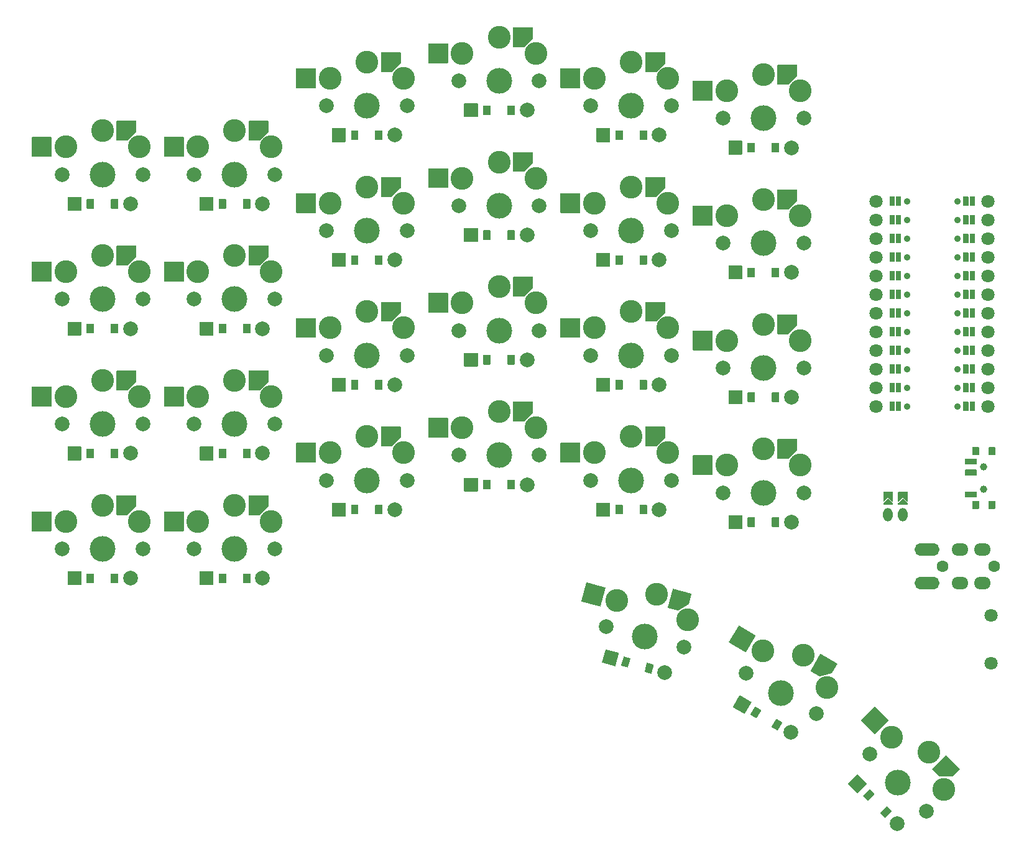
<source format=gts>
G04 #@! TF.GenerationSoftware,KiCad,Pcbnew,8.0.8+1*
G04 #@! TF.CreationDate,2025-03-13T20:36:31+00:00*
G04 #@! TF.ProjectId,board,626f6172-642e-46b6-9963-61645f706362,0.1*
G04 #@! TF.SameCoordinates,Original*
G04 #@! TF.FileFunction,Soldermask,Top*
G04 #@! TF.FilePolarity,Negative*
%FSLAX46Y46*%
G04 Gerber Fmt 4.6, Leading zero omitted, Abs format (unit mm)*
G04 Created by KiCad (PCBNEW 8.0.8+1) date 2025-03-13 20:36:31*
%MOMM*%
%LPD*%
G01*
G04 APERTURE LIST*
%ADD10C,2.005000*%
%ADD11O,1.300000X1.850000*%
%ADD12C,1.800000*%
%ADD13C,1.000000*%
%ADD14C,0.900000*%
%ADD15C,1.600000*%
%ADD16O,2.300000X1.700000*%
%ADD17O,3.400000X1.700000*%
%ADD18C,2.000000*%
%ADD19C,3.100000*%
%ADD20C,3.500000*%
G04 APERTURE END LIST*
G36*
G01*
X135251000Y-113239000D02*
X135251000Y-111461000D01*
G75*
G02*
X135301000Y-111411000I50000J0D01*
G01*
X137079000Y-111411000D01*
G75*
G02*
X137129000Y-111461000I0J-50000D01*
G01*
X137129000Y-113239000D01*
G75*
G02*
X137079000Y-113289000I-50000J0D01*
G01*
X135301000Y-113289000D01*
G75*
G02*
X135251000Y-113239000I0J50000D01*
G01*
G37*
G36*
G01*
X137850000Y-112950000D02*
X137850000Y-111750000D01*
G75*
G02*
X137900000Y-111700000I50000J0D01*
G01*
X138800000Y-111700000D01*
G75*
G02*
X138850000Y-111750000I0J-50000D01*
G01*
X138850000Y-112950000D01*
G75*
G02*
X138800000Y-113000000I-50000J0D01*
G01*
X137900000Y-113000000D01*
G75*
G02*
X137850000Y-112950000I0J50000D01*
G01*
G37*
G36*
G01*
X141150000Y-112950000D02*
X141150000Y-111750000D01*
G75*
G02*
X141200000Y-111700000I50000J0D01*
G01*
X142100000Y-111700000D01*
G75*
G02*
X142150000Y-111750000I0J-50000D01*
G01*
X142150000Y-112950000D01*
G75*
G02*
X142100000Y-113000000I-50000J0D01*
G01*
X141200000Y-113000000D01*
G75*
G02*
X141150000Y-112950000I0J50000D01*
G01*
G37*
D10*
X143810000Y-112350000D03*
G36*
G01*
X117251000Y-128539000D02*
X117251000Y-126761000D01*
G75*
G02*
X117301000Y-126711000I50000J0D01*
G01*
X119079000Y-126711000D01*
G75*
G02*
X119129000Y-126761000I0J-50000D01*
G01*
X119129000Y-128539000D01*
G75*
G02*
X119079000Y-128589000I-50000J0D01*
G01*
X117301000Y-128589000D01*
G75*
G02*
X117251000Y-128539000I0J50000D01*
G01*
G37*
G36*
G01*
X119850000Y-128250000D02*
X119850000Y-127050000D01*
G75*
G02*
X119900000Y-127000000I50000J0D01*
G01*
X120800000Y-127000000D01*
G75*
G02*
X120850000Y-127050000I0J-50000D01*
G01*
X120850000Y-128250000D01*
G75*
G02*
X120800000Y-128300000I-50000J0D01*
G01*
X119900000Y-128300000D01*
G75*
G02*
X119850000Y-128250000I0J50000D01*
G01*
G37*
G36*
G01*
X123150000Y-128250000D02*
X123150000Y-127050000D01*
G75*
G02*
X123200000Y-127000000I50000J0D01*
G01*
X124100000Y-127000000D01*
G75*
G02*
X124150000Y-127050000I0J-50000D01*
G01*
X124150000Y-128250000D01*
G75*
G02*
X124100000Y-128300000I-50000J0D01*
G01*
X123200000Y-128300000D01*
G75*
G02*
X123150000Y-128250000I0J50000D01*
G01*
G37*
X125810000Y-127650000D03*
G36*
X159635355Y-142248645D02*
G01*
X159650000Y-142284000D01*
X159650000Y-143534000D01*
X159635355Y-143569355D01*
X159600000Y-143584000D01*
X159564645Y-143569355D01*
X159000000Y-143004710D01*
X158435355Y-143569355D01*
X158400000Y-143584000D01*
X158364645Y-143569355D01*
X158350000Y-143534000D01*
X158350000Y-142284000D01*
X158364645Y-142248645D01*
X158400000Y-142234000D01*
X159600000Y-142234000D01*
X159635355Y-142248645D01*
G37*
G36*
X157635355Y-142248645D02*
G01*
X157650000Y-142284000D01*
X157650000Y-143534000D01*
X157635355Y-143569355D01*
X157600000Y-143584000D01*
X157564645Y-143569355D01*
X157000000Y-143004710D01*
X156435355Y-143569355D01*
X156400000Y-143584000D01*
X156364645Y-143569355D01*
X156350000Y-143534000D01*
X156350000Y-142284000D01*
X156364645Y-142248645D01*
X156400000Y-142234000D01*
X157600000Y-142234000D01*
X157635355Y-142248645D01*
G37*
D11*
X159000000Y-145350000D03*
X157000000Y-145350000D03*
G36*
X159035355Y-143114645D02*
G01*
X159635355Y-143714645D01*
X159650000Y-143750000D01*
X159650000Y-143950000D01*
X159635355Y-143985355D01*
X159600000Y-144000000D01*
X158400000Y-144000000D01*
X158364645Y-143985355D01*
X158350000Y-143950000D01*
X158350000Y-143750000D01*
X158364645Y-143714645D01*
X158964645Y-143114645D01*
X159000000Y-143100000D01*
X159035355Y-143114645D01*
G37*
G36*
X157035355Y-143114645D02*
G01*
X157635355Y-143714645D01*
X157650000Y-143750000D01*
X157650000Y-143950000D01*
X157635355Y-143985355D01*
X157600000Y-144000000D01*
X156400000Y-144000000D01*
X156364645Y-143985355D01*
X156350000Y-143950000D01*
X156350000Y-143750000D01*
X156364645Y-143714645D01*
X156964645Y-143114645D01*
X157000000Y-143100000D01*
X157035355Y-143114645D01*
G37*
G36*
G01*
X45251000Y-137889000D02*
X45251000Y-136111000D01*
G75*
G02*
X45301000Y-136061000I50000J0D01*
G01*
X47079000Y-136061000D01*
G75*
G02*
X47129000Y-136111000I0J-50000D01*
G01*
X47129000Y-137889000D01*
G75*
G02*
X47079000Y-137939000I-50000J0D01*
G01*
X45301000Y-137939000D01*
G75*
G02*
X45251000Y-137889000I0J50000D01*
G01*
G37*
G36*
G01*
X47850000Y-137600000D02*
X47850000Y-136400000D01*
G75*
G02*
X47900000Y-136350000I50000J0D01*
G01*
X48800000Y-136350000D01*
G75*
G02*
X48850000Y-136400000I0J-50000D01*
G01*
X48850000Y-137600000D01*
G75*
G02*
X48800000Y-137650000I-50000J0D01*
G01*
X47900000Y-137650000D01*
G75*
G02*
X47850000Y-137600000I0J50000D01*
G01*
G37*
G36*
G01*
X51150000Y-137600000D02*
X51150000Y-136400000D01*
G75*
G02*
X51200000Y-136350000I50000J0D01*
G01*
X52100000Y-136350000D01*
G75*
G02*
X52150000Y-136400000I0J-50000D01*
G01*
X52150000Y-137600000D01*
G75*
G02*
X52100000Y-137650000I-50000J0D01*
G01*
X51200000Y-137650000D01*
G75*
G02*
X51150000Y-137600000I0J50000D01*
G01*
G37*
D10*
X53810000Y-137000000D03*
G36*
G01*
X81251000Y-145539000D02*
X81251000Y-143761000D01*
G75*
G02*
X81301000Y-143711000I50000J0D01*
G01*
X83079000Y-143711000D01*
G75*
G02*
X83129000Y-143761000I0J-50000D01*
G01*
X83129000Y-145539000D01*
G75*
G02*
X83079000Y-145589000I-50000J0D01*
G01*
X81301000Y-145589000D01*
G75*
G02*
X81251000Y-145539000I0J50000D01*
G01*
G37*
G36*
G01*
X83850000Y-145250000D02*
X83850000Y-144050000D01*
G75*
G02*
X83900000Y-144000000I50000J0D01*
G01*
X84800000Y-144000000D01*
G75*
G02*
X84850000Y-144050000I0J-50000D01*
G01*
X84850000Y-145250000D01*
G75*
G02*
X84800000Y-145300000I-50000J0D01*
G01*
X83900000Y-145300000D01*
G75*
G02*
X83850000Y-145250000I0J50000D01*
G01*
G37*
G36*
G01*
X87150000Y-145250000D02*
X87150000Y-144050000D01*
G75*
G02*
X87200000Y-144000000I50000J0D01*
G01*
X88100000Y-144000000D01*
G75*
G02*
X88150000Y-144050000I0J-50000D01*
G01*
X88150000Y-145250000D01*
G75*
G02*
X88100000Y-145300000I-50000J0D01*
G01*
X87200000Y-145300000D01*
G75*
G02*
X87150000Y-145250000I0J50000D01*
G01*
G37*
X89810000Y-144650000D03*
G36*
G01*
X135251000Y-147239000D02*
X135251000Y-145461000D01*
G75*
G02*
X135301000Y-145411000I50000J0D01*
G01*
X137079000Y-145411000D01*
G75*
G02*
X137129000Y-145461000I0J-50000D01*
G01*
X137129000Y-147239000D01*
G75*
G02*
X137079000Y-147289000I-50000J0D01*
G01*
X135301000Y-147289000D01*
G75*
G02*
X135251000Y-147239000I0J50000D01*
G01*
G37*
G36*
G01*
X137850000Y-146950000D02*
X137850000Y-145750000D01*
G75*
G02*
X137900000Y-145700000I50000J0D01*
G01*
X138800000Y-145700000D01*
G75*
G02*
X138850000Y-145750000I0J-50000D01*
G01*
X138850000Y-146950000D01*
G75*
G02*
X138800000Y-147000000I-50000J0D01*
G01*
X137900000Y-147000000D01*
G75*
G02*
X137850000Y-146950000I0J50000D01*
G01*
G37*
G36*
G01*
X141150000Y-146950000D02*
X141150000Y-145750000D01*
G75*
G02*
X141200000Y-145700000I50000J0D01*
G01*
X142100000Y-145700000D01*
G75*
G02*
X142150000Y-145750000I0J-50000D01*
G01*
X142150000Y-146950000D01*
G75*
G02*
X142100000Y-147000000I-50000J0D01*
G01*
X141200000Y-147000000D01*
G75*
G02*
X141150000Y-146950000I0J50000D01*
G01*
G37*
X143810000Y-146350000D03*
G36*
G01*
X151534432Y-181961268D02*
X152791668Y-180704032D01*
G75*
G02*
X152862378Y-180704032I35355J-35355D01*
G01*
X154119614Y-181961268D01*
G75*
G02*
X154119614Y-182031978I-35355J-35355D01*
G01*
X152862378Y-183289214D01*
G75*
G02*
X152791668Y-183289214I-35355J35355D01*
G01*
X151534432Y-182031978D01*
G75*
G02*
X151534432Y-181961268I35355J35355D01*
G01*
G37*
G36*
G01*
X153576557Y-183594685D02*
X154425085Y-182746157D01*
G75*
G02*
X154495795Y-182746157I35355J-35355D01*
G01*
X155132191Y-183382553D01*
G75*
G02*
X155132191Y-183453263I-35355J-35355D01*
G01*
X154283663Y-184301791D01*
G75*
G02*
X154212953Y-184301791I-35355J35355D01*
G01*
X153576557Y-183665395D01*
G75*
G02*
X153576557Y-183594685I35355J35355D01*
G01*
G37*
G36*
G01*
X155910009Y-185928137D02*
X156758537Y-185079609D01*
G75*
G02*
X156829247Y-185079609I35355J-35355D01*
G01*
X157465643Y-185716005D01*
G75*
G02*
X157465643Y-185786715I-35355J-35355D01*
G01*
X156617115Y-186635243D01*
G75*
G02*
X156546405Y-186635243I-35355J35355D01*
G01*
X155910009Y-185998847D01*
G75*
G02*
X155910009Y-185928137I35355J35355D01*
G01*
G37*
X158215177Y-187384777D03*
G36*
G01*
X81251000Y-94539000D02*
X81251000Y-92761000D01*
G75*
G02*
X81301000Y-92711000I50000J0D01*
G01*
X83079000Y-92711000D01*
G75*
G02*
X83129000Y-92761000I0J-50000D01*
G01*
X83129000Y-94539000D01*
G75*
G02*
X83079000Y-94589000I-50000J0D01*
G01*
X81301000Y-94589000D01*
G75*
G02*
X81251000Y-94539000I0J50000D01*
G01*
G37*
G36*
G01*
X83850000Y-94250000D02*
X83850000Y-93050000D01*
G75*
G02*
X83900000Y-93000000I50000J0D01*
G01*
X84800000Y-93000000D01*
G75*
G02*
X84850000Y-93050000I0J-50000D01*
G01*
X84850000Y-94250000D01*
G75*
G02*
X84800000Y-94300000I-50000J0D01*
G01*
X83900000Y-94300000D01*
G75*
G02*
X83850000Y-94250000I0J50000D01*
G01*
G37*
G36*
G01*
X87150000Y-94250000D02*
X87150000Y-93050000D01*
G75*
G02*
X87200000Y-93000000I50000J0D01*
G01*
X88100000Y-93000000D01*
G75*
G02*
X88150000Y-93050000I0J-50000D01*
G01*
X88150000Y-94250000D01*
G75*
G02*
X88100000Y-94300000I-50000J0D01*
G01*
X87200000Y-94300000D01*
G75*
G02*
X87150000Y-94250000I0J50000D01*
G01*
G37*
X89810000Y-93650000D03*
G36*
G01*
X135251000Y-96239000D02*
X135251000Y-94461000D01*
G75*
G02*
X135301000Y-94411000I50000J0D01*
G01*
X137079000Y-94411000D01*
G75*
G02*
X137129000Y-94461000I0J-50000D01*
G01*
X137129000Y-96239000D01*
G75*
G02*
X137079000Y-96289000I-50000J0D01*
G01*
X135301000Y-96289000D01*
G75*
G02*
X135251000Y-96239000I0J50000D01*
G01*
G37*
G36*
G01*
X137850000Y-95950000D02*
X137850000Y-94750000D01*
G75*
G02*
X137900000Y-94700000I50000J0D01*
G01*
X138800000Y-94700000D01*
G75*
G02*
X138850000Y-94750000I0J-50000D01*
G01*
X138850000Y-95950000D01*
G75*
G02*
X138800000Y-96000000I-50000J0D01*
G01*
X137900000Y-96000000D01*
G75*
G02*
X137850000Y-95950000I0J50000D01*
G01*
G37*
G36*
G01*
X141150000Y-95950000D02*
X141150000Y-94750000D01*
G75*
G02*
X141200000Y-94700000I50000J0D01*
G01*
X142100000Y-94700000D01*
G75*
G02*
X142150000Y-94750000I0J-50000D01*
G01*
X142150000Y-95950000D01*
G75*
G02*
X142100000Y-96000000I-50000J0D01*
G01*
X141200000Y-96000000D01*
G75*
G02*
X141150000Y-95950000I0J50000D01*
G01*
G37*
X143810000Y-95350000D03*
G36*
G01*
X81251000Y-111539000D02*
X81251000Y-109761000D01*
G75*
G02*
X81301000Y-109711000I50000J0D01*
G01*
X83079000Y-109711000D01*
G75*
G02*
X83129000Y-109761000I0J-50000D01*
G01*
X83129000Y-111539000D01*
G75*
G02*
X83079000Y-111589000I-50000J0D01*
G01*
X81301000Y-111589000D01*
G75*
G02*
X81251000Y-111539000I0J50000D01*
G01*
G37*
G36*
G01*
X83850000Y-111250000D02*
X83850000Y-110050000D01*
G75*
G02*
X83900000Y-110000000I50000J0D01*
G01*
X84800000Y-110000000D01*
G75*
G02*
X84850000Y-110050000I0J-50000D01*
G01*
X84850000Y-111250000D01*
G75*
G02*
X84800000Y-111300000I-50000J0D01*
G01*
X83900000Y-111300000D01*
G75*
G02*
X83850000Y-111250000I0J50000D01*
G01*
G37*
G36*
G01*
X87150000Y-111250000D02*
X87150000Y-110050000D01*
G75*
G02*
X87200000Y-110000000I50000J0D01*
G01*
X88100000Y-110000000D01*
G75*
G02*
X88150000Y-110050000I0J-50000D01*
G01*
X88150000Y-111250000D01*
G75*
G02*
X88100000Y-111300000I-50000J0D01*
G01*
X87200000Y-111300000D01*
G75*
G02*
X87150000Y-111250000I0J50000D01*
G01*
G37*
X89810000Y-110650000D03*
G36*
G01*
X63251000Y-103889000D02*
X63251000Y-102111000D01*
G75*
G02*
X63301000Y-102061000I50000J0D01*
G01*
X65079000Y-102061000D01*
G75*
G02*
X65129000Y-102111000I0J-50000D01*
G01*
X65129000Y-103889000D01*
G75*
G02*
X65079000Y-103939000I-50000J0D01*
G01*
X63301000Y-103939000D01*
G75*
G02*
X63251000Y-103889000I0J50000D01*
G01*
G37*
G36*
G01*
X65850000Y-103600000D02*
X65850000Y-102400000D01*
G75*
G02*
X65900000Y-102350000I50000J0D01*
G01*
X66800000Y-102350000D01*
G75*
G02*
X66850000Y-102400000I0J-50000D01*
G01*
X66850000Y-103600000D01*
G75*
G02*
X66800000Y-103650000I-50000J0D01*
G01*
X65900000Y-103650000D01*
G75*
G02*
X65850000Y-103600000I0J50000D01*
G01*
G37*
G36*
G01*
X69150000Y-103600000D02*
X69150000Y-102400000D01*
G75*
G02*
X69200000Y-102350000I50000J0D01*
G01*
X70100000Y-102350000D01*
G75*
G02*
X70150000Y-102400000I0J-50000D01*
G01*
X70150000Y-103600000D01*
G75*
G02*
X70100000Y-103650000I-50000J0D01*
G01*
X69200000Y-103650000D01*
G75*
G02*
X69150000Y-103600000I0J50000D01*
G01*
G37*
X71810000Y-103000000D03*
G36*
G01*
X63251000Y-154889000D02*
X63251000Y-153111000D01*
G75*
G02*
X63301000Y-153061000I50000J0D01*
G01*
X65079000Y-153061000D01*
G75*
G02*
X65129000Y-153111000I0J-50000D01*
G01*
X65129000Y-154889000D01*
G75*
G02*
X65079000Y-154939000I-50000J0D01*
G01*
X63301000Y-154939000D01*
G75*
G02*
X63251000Y-154889000I0J50000D01*
G01*
G37*
G36*
G01*
X65850000Y-154600000D02*
X65850000Y-153400000D01*
G75*
G02*
X65900000Y-153350000I50000J0D01*
G01*
X66800000Y-153350000D01*
G75*
G02*
X66850000Y-153400000I0J-50000D01*
G01*
X66850000Y-154600000D01*
G75*
G02*
X66800000Y-154650000I-50000J0D01*
G01*
X65900000Y-154650000D01*
G75*
G02*
X65850000Y-154600000I0J50000D01*
G01*
G37*
G36*
G01*
X69150000Y-154600000D02*
X69150000Y-153400000D01*
G75*
G02*
X69200000Y-153350000I50000J0D01*
G01*
X70100000Y-153350000D01*
G75*
G02*
X70150000Y-153400000I0J-50000D01*
G01*
X70150000Y-154600000D01*
G75*
G02*
X70100000Y-154650000I-50000J0D01*
G01*
X69200000Y-154650000D01*
G75*
G02*
X69150000Y-154600000I0J50000D01*
G01*
G37*
X71810000Y-154000000D03*
D12*
X171000000Y-165600000D03*
X171000000Y-159100000D03*
G36*
G01*
X169315000Y-137250000D02*
X168515000Y-137250000D01*
G75*
G02*
X168465000Y-137200000I0J50000D01*
G01*
X168465000Y-136200000D01*
G75*
G02*
X168515000Y-136150000I50000J0D01*
G01*
X169315000Y-136150000D01*
G75*
G02*
X169365000Y-136200000I0J-50000D01*
G01*
X169365000Y-137200000D01*
G75*
G02*
X169315000Y-137250000I-50000J0D01*
G01*
G37*
G36*
G01*
X169315000Y-144550000D02*
X168515000Y-144550000D01*
G75*
G02*
X168465000Y-144500000I0J50000D01*
G01*
X168465000Y-143500000D01*
G75*
G02*
X168515000Y-143450000I50000J0D01*
G01*
X169315000Y-143450000D01*
G75*
G02*
X169365000Y-143500000I0J-50000D01*
G01*
X169365000Y-144500000D01*
G75*
G02*
X169315000Y-144550000I-50000J0D01*
G01*
G37*
D13*
X170025000Y-138850000D03*
X170025000Y-141850000D03*
G36*
G01*
X171525000Y-137250000D02*
X170725000Y-137250000D01*
G75*
G02*
X170675000Y-137200000I0J50000D01*
G01*
X170675000Y-136200000D01*
G75*
G02*
X170725000Y-136150000I50000J0D01*
G01*
X171525000Y-136150000D01*
G75*
G02*
X171575000Y-136200000I0J-50000D01*
G01*
X171575000Y-137200000D01*
G75*
G02*
X171525000Y-137250000I-50000J0D01*
G01*
G37*
G36*
G01*
X171525000Y-144550000D02*
X170725000Y-144550000D01*
G75*
G02*
X170675000Y-144500000I0J50000D01*
G01*
X170675000Y-143500000D01*
G75*
G02*
X170725000Y-143450000I50000J0D01*
G01*
X171525000Y-143450000D01*
G75*
G02*
X171575000Y-143500000I0J-50000D01*
G01*
X171575000Y-144500000D01*
G75*
G02*
X171525000Y-144550000I-50000J0D01*
G01*
G37*
G36*
G01*
X169015000Y-143000000D02*
X167515000Y-143000000D01*
G75*
G02*
X167465000Y-142950000I0J50000D01*
G01*
X167465000Y-142250000D01*
G75*
G02*
X167515000Y-142200000I50000J0D01*
G01*
X169015000Y-142200000D01*
G75*
G02*
X169065000Y-142250000I0J-50000D01*
G01*
X169065000Y-142950000D01*
G75*
G02*
X169015000Y-143000000I-50000J0D01*
G01*
G37*
G36*
G01*
X169015000Y-140000000D02*
X167515000Y-140000000D01*
G75*
G02*
X167465000Y-139950000I0J50000D01*
G01*
X167465000Y-139250000D01*
G75*
G02*
X167515000Y-139200000I50000J0D01*
G01*
X169015000Y-139200000D01*
G75*
G02*
X169065000Y-139250000I0J-50000D01*
G01*
X169065000Y-139950000D01*
G75*
G02*
X169015000Y-140000000I-50000J0D01*
G01*
G37*
G36*
G01*
X169015000Y-138500000D02*
X167515000Y-138500000D01*
G75*
G02*
X167465000Y-138450000I0J50000D01*
G01*
X167465000Y-137750000D01*
G75*
G02*
X167515000Y-137700000I50000J0D01*
G01*
X169015000Y-137700000D01*
G75*
G02*
X169065000Y-137750000I0J-50000D01*
G01*
X169065000Y-138450000D01*
G75*
G02*
X169015000Y-138500000I-50000J0D01*
G01*
G37*
G36*
G01*
X63251000Y-137889000D02*
X63251000Y-136111000D01*
G75*
G02*
X63301000Y-136061000I50000J0D01*
G01*
X65079000Y-136061000D01*
G75*
G02*
X65129000Y-136111000I0J-50000D01*
G01*
X65129000Y-137889000D01*
G75*
G02*
X65079000Y-137939000I-50000J0D01*
G01*
X63301000Y-137939000D01*
G75*
G02*
X63251000Y-137889000I0J50000D01*
G01*
G37*
G36*
G01*
X65850000Y-137600000D02*
X65850000Y-136400000D01*
G75*
G02*
X65900000Y-136350000I50000J0D01*
G01*
X66800000Y-136350000D01*
G75*
G02*
X66850000Y-136400000I0J-50000D01*
G01*
X66850000Y-137600000D01*
G75*
G02*
X66800000Y-137650000I-50000J0D01*
G01*
X65900000Y-137650000D01*
G75*
G02*
X65850000Y-137600000I0J50000D01*
G01*
G37*
G36*
G01*
X69150000Y-137600000D02*
X69150000Y-136400000D01*
G75*
G02*
X69200000Y-136350000I50000J0D01*
G01*
X70100000Y-136350000D01*
G75*
G02*
X70150000Y-136400000I0J-50000D01*
G01*
X70150000Y-137600000D01*
G75*
G02*
X70100000Y-137650000I-50000J0D01*
G01*
X69200000Y-137650000D01*
G75*
G02*
X69150000Y-137600000I0J50000D01*
G01*
G37*
D10*
X71810000Y-137000000D03*
G36*
G01*
X117251000Y-145539000D02*
X117251000Y-143761000D01*
G75*
G02*
X117301000Y-143711000I50000J0D01*
G01*
X119079000Y-143711000D01*
G75*
G02*
X119129000Y-143761000I0J-50000D01*
G01*
X119129000Y-145539000D01*
G75*
G02*
X119079000Y-145589000I-50000J0D01*
G01*
X117301000Y-145589000D01*
G75*
G02*
X117251000Y-145539000I0J50000D01*
G01*
G37*
G36*
G01*
X119850000Y-145250000D02*
X119850000Y-144050000D01*
G75*
G02*
X119900000Y-144000000I50000J0D01*
G01*
X120800000Y-144000000D01*
G75*
G02*
X120850000Y-144050000I0J-50000D01*
G01*
X120850000Y-145250000D01*
G75*
G02*
X120800000Y-145300000I-50000J0D01*
G01*
X119900000Y-145300000D01*
G75*
G02*
X119850000Y-145250000I0J50000D01*
G01*
G37*
G36*
G01*
X123150000Y-145250000D02*
X123150000Y-144050000D01*
G75*
G02*
X123200000Y-144000000I50000J0D01*
G01*
X124100000Y-144000000D01*
G75*
G02*
X124150000Y-144050000I0J-50000D01*
G01*
X124150000Y-145250000D01*
G75*
G02*
X124100000Y-145300000I-50000J0D01*
G01*
X123200000Y-145300000D01*
G75*
G02*
X123150000Y-145250000I0J50000D01*
G01*
G37*
X125810000Y-144650000D03*
G36*
G01*
X135873645Y-171506997D02*
X136762645Y-169967203D01*
G75*
G02*
X136830946Y-169948902I43301J-25000D01*
G01*
X138370740Y-170837902D01*
G75*
G02*
X138389041Y-170906203I-25000J-43301D01*
G01*
X137500041Y-172445997D01*
G75*
G02*
X137431740Y-172464298I-43301J25000D01*
G01*
X135891946Y-171575298D01*
G75*
G02*
X135873645Y-171506997I25000J43301D01*
G01*
G37*
G36*
G01*
X138268946Y-172556215D02*
X138868946Y-171516985D01*
G75*
G02*
X138937247Y-171498684I43301J-25000D01*
G01*
X139716669Y-171948684D01*
G75*
G02*
X139734970Y-172016985I-25000J-43301D01*
G01*
X139134970Y-173056215D01*
G75*
G02*
X139066669Y-173074516I-43301J25000D01*
G01*
X138287247Y-172624516D01*
G75*
G02*
X138268946Y-172556215I25000J43301D01*
G01*
G37*
G36*
G01*
X141126830Y-174206215D02*
X141726830Y-173166985D01*
G75*
G02*
X141795131Y-173148684I43301J-25000D01*
G01*
X142574553Y-173598684D01*
G75*
G02*
X142592854Y-173666985I-25000J-43301D01*
G01*
X141992854Y-174706215D01*
G75*
G02*
X141924553Y-174724516I-43301J25000D01*
G01*
X141145131Y-174274516D01*
G75*
G02*
X141126830Y-174206215I25000J43301D01*
G01*
G37*
X143730457Y-175016600D03*
G36*
G01*
X168130000Y-103250000D02*
X168130000Y-102050000D01*
G75*
G02*
X168180000Y-102000000I50000J0D01*
G01*
X168780000Y-102000000D01*
G75*
G02*
X168830000Y-102050000I0J-50000D01*
G01*
X168830000Y-103250000D01*
G75*
G02*
X168780000Y-103300000I-50000J0D01*
G01*
X168180000Y-103300000D01*
G75*
G02*
X168130000Y-103250000I0J50000D01*
G01*
G37*
D12*
X170620000Y-102650000D03*
G36*
G01*
X168130000Y-105790000D02*
X168130000Y-104590000D01*
G75*
G02*
X168180000Y-104540000I50000J0D01*
G01*
X168780000Y-104540000D01*
G75*
G02*
X168830000Y-104590000I0J-50000D01*
G01*
X168830000Y-105790000D01*
G75*
G02*
X168780000Y-105840000I-50000J0D01*
G01*
X168180000Y-105840000D01*
G75*
G02*
X168130000Y-105790000I0J50000D01*
G01*
G37*
X170620000Y-105190000D03*
G36*
G01*
X168130000Y-108330000D02*
X168130000Y-107130000D01*
G75*
G02*
X168180000Y-107080000I50000J0D01*
G01*
X168780000Y-107080000D01*
G75*
G02*
X168830000Y-107130000I0J-50000D01*
G01*
X168830000Y-108330000D01*
G75*
G02*
X168780000Y-108380000I-50000J0D01*
G01*
X168180000Y-108380000D01*
G75*
G02*
X168130000Y-108330000I0J50000D01*
G01*
G37*
X170620000Y-107730000D03*
G36*
G01*
X168130000Y-110870000D02*
X168130000Y-109670000D01*
G75*
G02*
X168180000Y-109620000I50000J0D01*
G01*
X168780000Y-109620000D01*
G75*
G02*
X168830000Y-109670000I0J-50000D01*
G01*
X168830000Y-110870000D01*
G75*
G02*
X168780000Y-110920000I-50000J0D01*
G01*
X168180000Y-110920000D01*
G75*
G02*
X168130000Y-110870000I0J50000D01*
G01*
G37*
X170620000Y-110270000D03*
G36*
G01*
X168130000Y-113410000D02*
X168130000Y-112210000D01*
G75*
G02*
X168180000Y-112160000I50000J0D01*
G01*
X168780000Y-112160000D01*
G75*
G02*
X168830000Y-112210000I0J-50000D01*
G01*
X168830000Y-113410000D01*
G75*
G02*
X168780000Y-113460000I-50000J0D01*
G01*
X168180000Y-113460000D01*
G75*
G02*
X168130000Y-113410000I0J50000D01*
G01*
G37*
X170620000Y-112810000D03*
G36*
G01*
X168130000Y-115950000D02*
X168130000Y-114750000D01*
G75*
G02*
X168180000Y-114700000I50000J0D01*
G01*
X168780000Y-114700000D01*
G75*
G02*
X168830000Y-114750000I0J-50000D01*
G01*
X168830000Y-115950000D01*
G75*
G02*
X168780000Y-116000000I-50000J0D01*
G01*
X168180000Y-116000000D01*
G75*
G02*
X168130000Y-115950000I0J50000D01*
G01*
G37*
X170620000Y-115350000D03*
G36*
G01*
X168130000Y-118490000D02*
X168130000Y-117290000D01*
G75*
G02*
X168180000Y-117240000I50000J0D01*
G01*
X168780000Y-117240000D01*
G75*
G02*
X168830000Y-117290000I0J-50000D01*
G01*
X168830000Y-118490000D01*
G75*
G02*
X168780000Y-118540000I-50000J0D01*
G01*
X168180000Y-118540000D01*
G75*
G02*
X168130000Y-118490000I0J50000D01*
G01*
G37*
X170620000Y-117890000D03*
G36*
G01*
X168130000Y-121030000D02*
X168130000Y-119830000D01*
G75*
G02*
X168180000Y-119780000I50000J0D01*
G01*
X168780000Y-119780000D01*
G75*
G02*
X168830000Y-119830000I0J-50000D01*
G01*
X168830000Y-121030000D01*
G75*
G02*
X168780000Y-121080000I-50000J0D01*
G01*
X168180000Y-121080000D01*
G75*
G02*
X168130000Y-121030000I0J50000D01*
G01*
G37*
X170620000Y-120430000D03*
G36*
G01*
X168130000Y-123570000D02*
X168130000Y-122370000D01*
G75*
G02*
X168180000Y-122320000I50000J0D01*
G01*
X168780000Y-122320000D01*
G75*
G02*
X168830000Y-122370000I0J-50000D01*
G01*
X168830000Y-123570000D01*
G75*
G02*
X168780000Y-123620000I-50000J0D01*
G01*
X168180000Y-123620000D01*
G75*
G02*
X168130000Y-123570000I0J50000D01*
G01*
G37*
X170620000Y-122970000D03*
G36*
G01*
X168130000Y-126110000D02*
X168130000Y-124910000D01*
G75*
G02*
X168180000Y-124860000I50000J0D01*
G01*
X168780000Y-124860000D01*
G75*
G02*
X168830000Y-124910000I0J-50000D01*
G01*
X168830000Y-126110000D01*
G75*
G02*
X168780000Y-126160000I-50000J0D01*
G01*
X168180000Y-126160000D01*
G75*
G02*
X168130000Y-126110000I0J50000D01*
G01*
G37*
X170620000Y-125510000D03*
G36*
G01*
X168130000Y-128650000D02*
X168130000Y-127450000D01*
G75*
G02*
X168180000Y-127400000I50000J0D01*
G01*
X168780000Y-127400000D01*
G75*
G02*
X168830000Y-127450000I0J-50000D01*
G01*
X168830000Y-128650000D01*
G75*
G02*
X168780000Y-128700000I-50000J0D01*
G01*
X168180000Y-128700000D01*
G75*
G02*
X168130000Y-128650000I0J50000D01*
G01*
G37*
X170620000Y-128050000D03*
G36*
G01*
X168130000Y-131190000D02*
X168130000Y-129990000D01*
G75*
G02*
X168180000Y-129940000I50000J0D01*
G01*
X168780000Y-129940000D01*
G75*
G02*
X168830000Y-129990000I0J-50000D01*
G01*
X168830000Y-131190000D01*
G75*
G02*
X168780000Y-131240000I-50000J0D01*
G01*
X168180000Y-131240000D01*
G75*
G02*
X168130000Y-131190000I0J50000D01*
G01*
G37*
X170620000Y-130590000D03*
X155380000Y-130590000D03*
G36*
G01*
X157170000Y-131190000D02*
X157170000Y-129990000D01*
G75*
G02*
X157220000Y-129940000I50000J0D01*
G01*
X157820000Y-129940000D01*
G75*
G02*
X157870000Y-129990000I0J-50000D01*
G01*
X157870000Y-131190000D01*
G75*
G02*
X157820000Y-131240000I-50000J0D01*
G01*
X157220000Y-131240000D01*
G75*
G02*
X157170000Y-131190000I0J50000D01*
G01*
G37*
X155380000Y-128050000D03*
G36*
G01*
X157170000Y-128650000D02*
X157170000Y-127450000D01*
G75*
G02*
X157220000Y-127400000I50000J0D01*
G01*
X157820000Y-127400000D01*
G75*
G02*
X157870000Y-127450000I0J-50000D01*
G01*
X157870000Y-128650000D01*
G75*
G02*
X157820000Y-128700000I-50000J0D01*
G01*
X157220000Y-128700000D01*
G75*
G02*
X157170000Y-128650000I0J50000D01*
G01*
G37*
X155380000Y-125510000D03*
G36*
G01*
X157170000Y-126110000D02*
X157170000Y-124910000D01*
G75*
G02*
X157220000Y-124860000I50000J0D01*
G01*
X157820000Y-124860000D01*
G75*
G02*
X157870000Y-124910000I0J-50000D01*
G01*
X157870000Y-126110000D01*
G75*
G02*
X157820000Y-126160000I-50000J0D01*
G01*
X157220000Y-126160000D01*
G75*
G02*
X157170000Y-126110000I0J50000D01*
G01*
G37*
X155380000Y-122970000D03*
G36*
G01*
X157170000Y-123570000D02*
X157170000Y-122370000D01*
G75*
G02*
X157220000Y-122320000I50000J0D01*
G01*
X157820000Y-122320000D01*
G75*
G02*
X157870000Y-122370000I0J-50000D01*
G01*
X157870000Y-123570000D01*
G75*
G02*
X157820000Y-123620000I-50000J0D01*
G01*
X157220000Y-123620000D01*
G75*
G02*
X157170000Y-123570000I0J50000D01*
G01*
G37*
X155380000Y-120430000D03*
G36*
G01*
X157170000Y-121030000D02*
X157170000Y-119830000D01*
G75*
G02*
X157220000Y-119780000I50000J0D01*
G01*
X157820000Y-119780000D01*
G75*
G02*
X157870000Y-119830000I0J-50000D01*
G01*
X157870000Y-121030000D01*
G75*
G02*
X157820000Y-121080000I-50000J0D01*
G01*
X157220000Y-121080000D01*
G75*
G02*
X157170000Y-121030000I0J50000D01*
G01*
G37*
X155380000Y-117890000D03*
G36*
G01*
X157170000Y-118490000D02*
X157170000Y-117290000D01*
G75*
G02*
X157220000Y-117240000I50000J0D01*
G01*
X157820000Y-117240000D01*
G75*
G02*
X157870000Y-117290000I0J-50000D01*
G01*
X157870000Y-118490000D01*
G75*
G02*
X157820000Y-118540000I-50000J0D01*
G01*
X157220000Y-118540000D01*
G75*
G02*
X157170000Y-118490000I0J50000D01*
G01*
G37*
X155380000Y-115350000D03*
G36*
G01*
X157170000Y-115950000D02*
X157170000Y-114750000D01*
G75*
G02*
X157220000Y-114700000I50000J0D01*
G01*
X157820000Y-114700000D01*
G75*
G02*
X157870000Y-114750000I0J-50000D01*
G01*
X157870000Y-115950000D01*
G75*
G02*
X157820000Y-116000000I-50000J0D01*
G01*
X157220000Y-116000000D01*
G75*
G02*
X157170000Y-115950000I0J50000D01*
G01*
G37*
X155380000Y-112810000D03*
G36*
G01*
X157170000Y-113410000D02*
X157170000Y-112210000D01*
G75*
G02*
X157220000Y-112160000I50000J0D01*
G01*
X157820000Y-112160000D01*
G75*
G02*
X157870000Y-112210000I0J-50000D01*
G01*
X157870000Y-113410000D01*
G75*
G02*
X157820000Y-113460000I-50000J0D01*
G01*
X157220000Y-113460000D01*
G75*
G02*
X157170000Y-113410000I0J50000D01*
G01*
G37*
X155380000Y-110270000D03*
G36*
G01*
X157170000Y-110870000D02*
X157170000Y-109670000D01*
G75*
G02*
X157220000Y-109620000I50000J0D01*
G01*
X157820000Y-109620000D01*
G75*
G02*
X157870000Y-109670000I0J-50000D01*
G01*
X157870000Y-110870000D01*
G75*
G02*
X157820000Y-110920000I-50000J0D01*
G01*
X157220000Y-110920000D01*
G75*
G02*
X157170000Y-110870000I0J50000D01*
G01*
G37*
X155380000Y-107730000D03*
G36*
G01*
X157170000Y-108330000D02*
X157170000Y-107130000D01*
G75*
G02*
X157220000Y-107080000I50000J0D01*
G01*
X157820000Y-107080000D01*
G75*
G02*
X157870000Y-107130000I0J-50000D01*
G01*
X157870000Y-108330000D01*
G75*
G02*
X157820000Y-108380000I-50000J0D01*
G01*
X157220000Y-108380000D01*
G75*
G02*
X157170000Y-108330000I0J50000D01*
G01*
G37*
X155380000Y-105190000D03*
G36*
G01*
X157170000Y-105790000D02*
X157170000Y-104590000D01*
G75*
G02*
X157220000Y-104540000I50000J0D01*
G01*
X157820000Y-104540000D01*
G75*
G02*
X157870000Y-104590000I0J-50000D01*
G01*
X157870000Y-105790000D01*
G75*
G02*
X157820000Y-105840000I-50000J0D01*
G01*
X157220000Y-105840000D01*
G75*
G02*
X157170000Y-105790000I0J50000D01*
G01*
G37*
X155380000Y-102650000D03*
G36*
G01*
X157170000Y-103250000D02*
X157170000Y-102050000D01*
G75*
G02*
X157220000Y-102000000I50000J0D01*
G01*
X157820000Y-102000000D01*
G75*
G02*
X157870000Y-102050000I0J-50000D01*
G01*
X157870000Y-103250000D01*
G75*
G02*
X157820000Y-103300000I-50000J0D01*
G01*
X157220000Y-103300000D01*
G75*
G02*
X157170000Y-103250000I0J50000D01*
G01*
G37*
D14*
X166400000Y-102650000D03*
G36*
G01*
X167230000Y-103250000D02*
X167230000Y-102050000D01*
G75*
G02*
X167280000Y-102000000I50000J0D01*
G01*
X167880000Y-102000000D01*
G75*
G02*
X167930000Y-102050000I0J-50000D01*
G01*
X167930000Y-103250000D01*
G75*
G02*
X167880000Y-103300000I-50000J0D01*
G01*
X167280000Y-103300000D01*
G75*
G02*
X167230000Y-103250000I0J50000D01*
G01*
G37*
X166400000Y-105190000D03*
G36*
G01*
X167230000Y-105790000D02*
X167230000Y-104590000D01*
G75*
G02*
X167280000Y-104540000I50000J0D01*
G01*
X167880000Y-104540000D01*
G75*
G02*
X167930000Y-104590000I0J-50000D01*
G01*
X167930000Y-105790000D01*
G75*
G02*
X167880000Y-105840000I-50000J0D01*
G01*
X167280000Y-105840000D01*
G75*
G02*
X167230000Y-105790000I0J50000D01*
G01*
G37*
X166400000Y-107730000D03*
G36*
G01*
X167230000Y-108330000D02*
X167230000Y-107130000D01*
G75*
G02*
X167280000Y-107080000I50000J0D01*
G01*
X167880000Y-107080000D01*
G75*
G02*
X167930000Y-107130000I0J-50000D01*
G01*
X167930000Y-108330000D01*
G75*
G02*
X167880000Y-108380000I-50000J0D01*
G01*
X167280000Y-108380000D01*
G75*
G02*
X167230000Y-108330000I0J50000D01*
G01*
G37*
X166400000Y-110270000D03*
G36*
G01*
X167230000Y-110870000D02*
X167230000Y-109670000D01*
G75*
G02*
X167280000Y-109620000I50000J0D01*
G01*
X167880000Y-109620000D01*
G75*
G02*
X167930000Y-109670000I0J-50000D01*
G01*
X167930000Y-110870000D01*
G75*
G02*
X167880000Y-110920000I-50000J0D01*
G01*
X167280000Y-110920000D01*
G75*
G02*
X167230000Y-110870000I0J50000D01*
G01*
G37*
X166400000Y-112810000D03*
G36*
G01*
X167230000Y-113410000D02*
X167230000Y-112210000D01*
G75*
G02*
X167280000Y-112160000I50000J0D01*
G01*
X167880000Y-112160000D01*
G75*
G02*
X167930000Y-112210000I0J-50000D01*
G01*
X167930000Y-113410000D01*
G75*
G02*
X167880000Y-113460000I-50000J0D01*
G01*
X167280000Y-113460000D01*
G75*
G02*
X167230000Y-113410000I0J50000D01*
G01*
G37*
X166400000Y-115350000D03*
G36*
G01*
X167230000Y-115950000D02*
X167230000Y-114750000D01*
G75*
G02*
X167280000Y-114700000I50000J0D01*
G01*
X167880000Y-114700000D01*
G75*
G02*
X167930000Y-114750000I0J-50000D01*
G01*
X167930000Y-115950000D01*
G75*
G02*
X167880000Y-116000000I-50000J0D01*
G01*
X167280000Y-116000000D01*
G75*
G02*
X167230000Y-115950000I0J50000D01*
G01*
G37*
X166400000Y-117890000D03*
G36*
G01*
X167230000Y-118490000D02*
X167230000Y-117290000D01*
G75*
G02*
X167280000Y-117240000I50000J0D01*
G01*
X167880000Y-117240000D01*
G75*
G02*
X167930000Y-117290000I0J-50000D01*
G01*
X167930000Y-118490000D01*
G75*
G02*
X167880000Y-118540000I-50000J0D01*
G01*
X167280000Y-118540000D01*
G75*
G02*
X167230000Y-118490000I0J50000D01*
G01*
G37*
X166400000Y-120430000D03*
G36*
G01*
X167230000Y-121030000D02*
X167230000Y-119830000D01*
G75*
G02*
X167280000Y-119780000I50000J0D01*
G01*
X167880000Y-119780000D01*
G75*
G02*
X167930000Y-119830000I0J-50000D01*
G01*
X167930000Y-121030000D01*
G75*
G02*
X167880000Y-121080000I-50000J0D01*
G01*
X167280000Y-121080000D01*
G75*
G02*
X167230000Y-121030000I0J50000D01*
G01*
G37*
X166400000Y-122970000D03*
G36*
G01*
X167230000Y-123570000D02*
X167230000Y-122370000D01*
G75*
G02*
X167280000Y-122320000I50000J0D01*
G01*
X167880000Y-122320000D01*
G75*
G02*
X167930000Y-122370000I0J-50000D01*
G01*
X167930000Y-123570000D01*
G75*
G02*
X167880000Y-123620000I-50000J0D01*
G01*
X167280000Y-123620000D01*
G75*
G02*
X167230000Y-123570000I0J50000D01*
G01*
G37*
X166400000Y-125510000D03*
G36*
G01*
X167230000Y-126110000D02*
X167230000Y-124910000D01*
G75*
G02*
X167280000Y-124860000I50000J0D01*
G01*
X167880000Y-124860000D01*
G75*
G02*
X167930000Y-124910000I0J-50000D01*
G01*
X167930000Y-126110000D01*
G75*
G02*
X167880000Y-126160000I-50000J0D01*
G01*
X167280000Y-126160000D01*
G75*
G02*
X167230000Y-126110000I0J50000D01*
G01*
G37*
X166400000Y-128050000D03*
G36*
G01*
X167230000Y-128650000D02*
X167230000Y-127450000D01*
G75*
G02*
X167280000Y-127400000I50000J0D01*
G01*
X167880000Y-127400000D01*
G75*
G02*
X167930000Y-127450000I0J-50000D01*
G01*
X167930000Y-128650000D01*
G75*
G02*
X167880000Y-128700000I-50000J0D01*
G01*
X167280000Y-128700000D01*
G75*
G02*
X167230000Y-128650000I0J50000D01*
G01*
G37*
X166400000Y-130590000D03*
G36*
G01*
X167230000Y-131190000D02*
X167230000Y-129990000D01*
G75*
G02*
X167280000Y-129940000I50000J0D01*
G01*
X167880000Y-129940000D01*
G75*
G02*
X167930000Y-129990000I0J-50000D01*
G01*
X167930000Y-131190000D01*
G75*
G02*
X167880000Y-131240000I-50000J0D01*
G01*
X167280000Y-131240000D01*
G75*
G02*
X167230000Y-131190000I0J50000D01*
G01*
G37*
G36*
G01*
X158070000Y-131190000D02*
X158070000Y-129990000D01*
G75*
G02*
X158120000Y-129940000I50000J0D01*
G01*
X158720000Y-129940000D01*
G75*
G02*
X158770000Y-129990000I0J-50000D01*
G01*
X158770000Y-131190000D01*
G75*
G02*
X158720000Y-131240000I-50000J0D01*
G01*
X158120000Y-131240000D01*
G75*
G02*
X158070000Y-131190000I0J50000D01*
G01*
G37*
X159600000Y-130590000D03*
G36*
G01*
X158070000Y-128650000D02*
X158070000Y-127450000D01*
G75*
G02*
X158120000Y-127400000I50000J0D01*
G01*
X158720000Y-127400000D01*
G75*
G02*
X158770000Y-127450000I0J-50000D01*
G01*
X158770000Y-128650000D01*
G75*
G02*
X158720000Y-128700000I-50000J0D01*
G01*
X158120000Y-128700000D01*
G75*
G02*
X158070000Y-128650000I0J50000D01*
G01*
G37*
X159600000Y-128050000D03*
G36*
G01*
X158070000Y-126110000D02*
X158070000Y-124910000D01*
G75*
G02*
X158120000Y-124860000I50000J0D01*
G01*
X158720000Y-124860000D01*
G75*
G02*
X158770000Y-124910000I0J-50000D01*
G01*
X158770000Y-126110000D01*
G75*
G02*
X158720000Y-126160000I-50000J0D01*
G01*
X158120000Y-126160000D01*
G75*
G02*
X158070000Y-126110000I0J50000D01*
G01*
G37*
X159600000Y-125510000D03*
G36*
G01*
X158070000Y-123570000D02*
X158070000Y-122370000D01*
G75*
G02*
X158120000Y-122320000I50000J0D01*
G01*
X158720000Y-122320000D01*
G75*
G02*
X158770000Y-122370000I0J-50000D01*
G01*
X158770000Y-123570000D01*
G75*
G02*
X158720000Y-123620000I-50000J0D01*
G01*
X158120000Y-123620000D01*
G75*
G02*
X158070000Y-123570000I0J50000D01*
G01*
G37*
X159600000Y-122970000D03*
G36*
G01*
X158070000Y-121030000D02*
X158070000Y-119830000D01*
G75*
G02*
X158120000Y-119780000I50000J0D01*
G01*
X158720000Y-119780000D01*
G75*
G02*
X158770000Y-119830000I0J-50000D01*
G01*
X158770000Y-121030000D01*
G75*
G02*
X158720000Y-121080000I-50000J0D01*
G01*
X158120000Y-121080000D01*
G75*
G02*
X158070000Y-121030000I0J50000D01*
G01*
G37*
X159600000Y-120430000D03*
G36*
G01*
X158070000Y-118490000D02*
X158070000Y-117290000D01*
G75*
G02*
X158120000Y-117240000I50000J0D01*
G01*
X158720000Y-117240000D01*
G75*
G02*
X158770000Y-117290000I0J-50000D01*
G01*
X158770000Y-118490000D01*
G75*
G02*
X158720000Y-118540000I-50000J0D01*
G01*
X158120000Y-118540000D01*
G75*
G02*
X158070000Y-118490000I0J50000D01*
G01*
G37*
X159600000Y-117890000D03*
G36*
G01*
X158070000Y-115950000D02*
X158070000Y-114750000D01*
G75*
G02*
X158120000Y-114700000I50000J0D01*
G01*
X158720000Y-114700000D01*
G75*
G02*
X158770000Y-114750000I0J-50000D01*
G01*
X158770000Y-115950000D01*
G75*
G02*
X158720000Y-116000000I-50000J0D01*
G01*
X158120000Y-116000000D01*
G75*
G02*
X158070000Y-115950000I0J50000D01*
G01*
G37*
X159600000Y-115350000D03*
G36*
G01*
X158070000Y-113410000D02*
X158070000Y-112210000D01*
G75*
G02*
X158120000Y-112160000I50000J0D01*
G01*
X158720000Y-112160000D01*
G75*
G02*
X158770000Y-112210000I0J-50000D01*
G01*
X158770000Y-113410000D01*
G75*
G02*
X158720000Y-113460000I-50000J0D01*
G01*
X158120000Y-113460000D01*
G75*
G02*
X158070000Y-113410000I0J50000D01*
G01*
G37*
X159600000Y-112810000D03*
G36*
G01*
X158070000Y-110870000D02*
X158070000Y-109670000D01*
G75*
G02*
X158120000Y-109620000I50000J0D01*
G01*
X158720000Y-109620000D01*
G75*
G02*
X158770000Y-109670000I0J-50000D01*
G01*
X158770000Y-110870000D01*
G75*
G02*
X158720000Y-110920000I-50000J0D01*
G01*
X158120000Y-110920000D01*
G75*
G02*
X158070000Y-110870000I0J50000D01*
G01*
G37*
X159600000Y-110270000D03*
G36*
G01*
X158070000Y-108330000D02*
X158070000Y-107130000D01*
G75*
G02*
X158120000Y-107080000I50000J0D01*
G01*
X158720000Y-107080000D01*
G75*
G02*
X158770000Y-107130000I0J-50000D01*
G01*
X158770000Y-108330000D01*
G75*
G02*
X158720000Y-108380000I-50000J0D01*
G01*
X158120000Y-108380000D01*
G75*
G02*
X158070000Y-108330000I0J50000D01*
G01*
G37*
X159600000Y-107730000D03*
G36*
G01*
X158070000Y-105790000D02*
X158070000Y-104590000D01*
G75*
G02*
X158120000Y-104540000I50000J0D01*
G01*
X158720000Y-104540000D01*
G75*
G02*
X158770000Y-104590000I0J-50000D01*
G01*
X158770000Y-105790000D01*
G75*
G02*
X158720000Y-105840000I-50000J0D01*
G01*
X158120000Y-105840000D01*
G75*
G02*
X158070000Y-105790000I0J50000D01*
G01*
G37*
X159600000Y-105190000D03*
G36*
G01*
X158070000Y-103250000D02*
X158070000Y-102050000D01*
G75*
G02*
X158120000Y-102000000I50000J0D01*
G01*
X158720000Y-102000000D01*
G75*
G02*
X158770000Y-102050000I0J-50000D01*
G01*
X158770000Y-103250000D01*
G75*
G02*
X158720000Y-103300000I-50000J0D01*
G01*
X158120000Y-103300000D01*
G75*
G02*
X158070000Y-103250000I0J50000D01*
G01*
G37*
X159600000Y-102650000D03*
G36*
G01*
X81251000Y-128539000D02*
X81251000Y-126761000D01*
G75*
G02*
X81301000Y-126711000I50000J0D01*
G01*
X83079000Y-126711000D01*
G75*
G02*
X83129000Y-126761000I0J-50000D01*
G01*
X83129000Y-128539000D01*
G75*
G02*
X83079000Y-128589000I-50000J0D01*
G01*
X81301000Y-128589000D01*
G75*
G02*
X81251000Y-128539000I0J50000D01*
G01*
G37*
G36*
G01*
X83850000Y-128250000D02*
X83850000Y-127050000D01*
G75*
G02*
X83900000Y-127000000I50000J0D01*
G01*
X84800000Y-127000000D01*
G75*
G02*
X84850000Y-127050000I0J-50000D01*
G01*
X84850000Y-128250000D01*
G75*
G02*
X84800000Y-128300000I-50000J0D01*
G01*
X83900000Y-128300000D01*
G75*
G02*
X83850000Y-128250000I0J50000D01*
G01*
G37*
G36*
G01*
X87150000Y-128250000D02*
X87150000Y-127050000D01*
G75*
G02*
X87200000Y-127000000I50000J0D01*
G01*
X88100000Y-127000000D01*
G75*
G02*
X88150000Y-127050000I0J-50000D01*
G01*
X88150000Y-128250000D01*
G75*
G02*
X88100000Y-128300000I-50000J0D01*
G01*
X87200000Y-128300000D01*
G75*
G02*
X87150000Y-128250000I0J50000D01*
G01*
G37*
D10*
X89810000Y-127650000D03*
G36*
G01*
X99251000Y-91139000D02*
X99251000Y-89361000D01*
G75*
G02*
X99301000Y-89311000I50000J0D01*
G01*
X101079000Y-89311000D01*
G75*
G02*
X101129000Y-89361000I0J-50000D01*
G01*
X101129000Y-91139000D01*
G75*
G02*
X101079000Y-91189000I-50000J0D01*
G01*
X99301000Y-91189000D01*
G75*
G02*
X99251000Y-91139000I0J50000D01*
G01*
G37*
G36*
G01*
X101850000Y-90850000D02*
X101850000Y-89650000D01*
G75*
G02*
X101900000Y-89600000I50000J0D01*
G01*
X102800000Y-89600000D01*
G75*
G02*
X102850000Y-89650000I0J-50000D01*
G01*
X102850000Y-90850000D01*
G75*
G02*
X102800000Y-90900000I-50000J0D01*
G01*
X101900000Y-90900000D01*
G75*
G02*
X101850000Y-90850000I0J50000D01*
G01*
G37*
G36*
G01*
X105150000Y-90850000D02*
X105150000Y-89650000D01*
G75*
G02*
X105200000Y-89600000I50000J0D01*
G01*
X106100000Y-89600000D01*
G75*
G02*
X106150000Y-89650000I0J-50000D01*
G01*
X106150000Y-90850000D01*
G75*
G02*
X106100000Y-90900000I-50000J0D01*
G01*
X105200000Y-90900000D01*
G75*
G02*
X105150000Y-90850000I0J50000D01*
G01*
G37*
X107810000Y-90250000D03*
G36*
G01*
X45251000Y-103889000D02*
X45251000Y-102111000D01*
G75*
G02*
X45301000Y-102061000I50000J0D01*
G01*
X47079000Y-102061000D01*
G75*
G02*
X47129000Y-102111000I0J-50000D01*
G01*
X47129000Y-103889000D01*
G75*
G02*
X47079000Y-103939000I-50000J0D01*
G01*
X45301000Y-103939000D01*
G75*
G02*
X45251000Y-103889000I0J50000D01*
G01*
G37*
G36*
G01*
X47850000Y-103600000D02*
X47850000Y-102400000D01*
G75*
G02*
X47900000Y-102350000I50000J0D01*
G01*
X48800000Y-102350000D01*
G75*
G02*
X48850000Y-102400000I0J-50000D01*
G01*
X48850000Y-103600000D01*
G75*
G02*
X48800000Y-103650000I-50000J0D01*
G01*
X47900000Y-103650000D01*
G75*
G02*
X47850000Y-103600000I0J50000D01*
G01*
G37*
G36*
G01*
X51150000Y-103600000D02*
X51150000Y-102400000D01*
G75*
G02*
X51200000Y-102350000I50000J0D01*
G01*
X52100000Y-102350000D01*
G75*
G02*
X52150000Y-102400000I0J-50000D01*
G01*
X52150000Y-103600000D01*
G75*
G02*
X52100000Y-103650000I-50000J0D01*
G01*
X51200000Y-103650000D01*
G75*
G02*
X51150000Y-103600000I0J50000D01*
G01*
G37*
X53810000Y-103000000D03*
G36*
G01*
X135251000Y-130239000D02*
X135251000Y-128461000D01*
G75*
G02*
X135301000Y-128411000I50000J0D01*
G01*
X137079000Y-128411000D01*
G75*
G02*
X137129000Y-128461000I0J-50000D01*
G01*
X137129000Y-130239000D01*
G75*
G02*
X137079000Y-130289000I-50000J0D01*
G01*
X135301000Y-130289000D01*
G75*
G02*
X135251000Y-130239000I0J50000D01*
G01*
G37*
G36*
G01*
X137850000Y-129950000D02*
X137850000Y-128750000D01*
G75*
G02*
X137900000Y-128700000I50000J0D01*
G01*
X138800000Y-128700000D01*
G75*
G02*
X138850000Y-128750000I0J-50000D01*
G01*
X138850000Y-129950000D01*
G75*
G02*
X138800000Y-130000000I-50000J0D01*
G01*
X137900000Y-130000000D01*
G75*
G02*
X137850000Y-129950000I0J50000D01*
G01*
G37*
G36*
G01*
X141150000Y-129950000D02*
X141150000Y-128750000D01*
G75*
G02*
X141200000Y-128700000I50000J0D01*
G01*
X142100000Y-128700000D01*
G75*
G02*
X142150000Y-128750000I0J-50000D01*
G01*
X142150000Y-129950000D01*
G75*
G02*
X142100000Y-130000000I-50000J0D01*
G01*
X141200000Y-130000000D01*
G75*
G02*
X141150000Y-129950000I0J50000D01*
G01*
G37*
X143810000Y-129350000D03*
G36*
G01*
X99251000Y-142139000D02*
X99251000Y-140361000D01*
G75*
G02*
X99301000Y-140311000I50000J0D01*
G01*
X101079000Y-140311000D01*
G75*
G02*
X101129000Y-140361000I0J-50000D01*
G01*
X101129000Y-142139000D01*
G75*
G02*
X101079000Y-142189000I-50000J0D01*
G01*
X99301000Y-142189000D01*
G75*
G02*
X99251000Y-142139000I0J50000D01*
G01*
G37*
G36*
G01*
X101850000Y-141850000D02*
X101850000Y-140650000D01*
G75*
G02*
X101900000Y-140600000I50000J0D01*
G01*
X102800000Y-140600000D01*
G75*
G02*
X102850000Y-140650000I0J-50000D01*
G01*
X102850000Y-141850000D01*
G75*
G02*
X102800000Y-141900000I-50000J0D01*
G01*
X101900000Y-141900000D01*
G75*
G02*
X101850000Y-141850000I0J50000D01*
G01*
G37*
G36*
G01*
X105150000Y-141850000D02*
X105150000Y-140650000D01*
G75*
G02*
X105200000Y-140600000I50000J0D01*
G01*
X106100000Y-140600000D01*
G75*
G02*
X106150000Y-140650000I0J-50000D01*
G01*
X106150000Y-141850000D01*
G75*
G02*
X106100000Y-141900000I-50000J0D01*
G01*
X105200000Y-141900000D01*
G75*
G02*
X105150000Y-141850000I0J50000D01*
G01*
G37*
X107810000Y-141250000D03*
G36*
G01*
X118040729Y-165462275D02*
X118500909Y-163744859D01*
G75*
G02*
X118562146Y-163709504I48296J-12941D01*
G01*
X120279562Y-164169684D01*
G75*
G02*
X120314917Y-164230921I-12941J-48296D01*
G01*
X119854737Y-165948337D01*
G75*
G02*
X119793500Y-165983692I-48296J12941D01*
G01*
X118076084Y-165523512D01*
G75*
G02*
X118040729Y-165462275I12941J48296D01*
G01*
G37*
G36*
G01*
X120625968Y-165855796D02*
X120936551Y-164696685D01*
G75*
G02*
X120997788Y-164661330I48296J-12941D01*
G01*
X121867121Y-164894267D01*
G75*
G02*
X121902476Y-164955504I-12941J-48296D01*
G01*
X121591893Y-166114615D01*
G75*
G02*
X121530656Y-166149970I-48296J12941D01*
G01*
X120661323Y-165917033D01*
G75*
G02*
X120625968Y-165855796I12941J48296D01*
G01*
G37*
G36*
G01*
X123813524Y-166709896D02*
X124124107Y-165550785D01*
G75*
G02*
X124185344Y-165515430I48296J-12941D01*
G01*
X125054677Y-165748367D01*
G75*
G02*
X125090032Y-165809604I-12941J-48296D01*
G01*
X124779449Y-166968715D01*
G75*
G02*
X124718212Y-167004070I-48296J12941D01*
G01*
X123848879Y-166771133D01*
G75*
G02*
X123813524Y-166709896I12941J48296D01*
G01*
G37*
X126538177Y-166818802D03*
G36*
G01*
X45251000Y-120889000D02*
X45251000Y-119111000D01*
G75*
G02*
X45301000Y-119061000I50000J0D01*
G01*
X47079000Y-119061000D01*
G75*
G02*
X47129000Y-119111000I0J-50000D01*
G01*
X47129000Y-120889000D01*
G75*
G02*
X47079000Y-120939000I-50000J0D01*
G01*
X45301000Y-120939000D01*
G75*
G02*
X45251000Y-120889000I0J50000D01*
G01*
G37*
G36*
G01*
X47850000Y-120600000D02*
X47850000Y-119400000D01*
G75*
G02*
X47900000Y-119350000I50000J0D01*
G01*
X48800000Y-119350000D01*
G75*
G02*
X48850000Y-119400000I0J-50000D01*
G01*
X48850000Y-120600000D01*
G75*
G02*
X48800000Y-120650000I-50000J0D01*
G01*
X47900000Y-120650000D01*
G75*
G02*
X47850000Y-120600000I0J50000D01*
G01*
G37*
G36*
G01*
X51150000Y-120600000D02*
X51150000Y-119400000D01*
G75*
G02*
X51200000Y-119350000I50000J0D01*
G01*
X52100000Y-119350000D01*
G75*
G02*
X52150000Y-119400000I0J-50000D01*
G01*
X52150000Y-120600000D01*
G75*
G02*
X52100000Y-120650000I-50000J0D01*
G01*
X51200000Y-120650000D01*
G75*
G02*
X51150000Y-120600000I0J50000D01*
G01*
G37*
X53810000Y-120000000D03*
G36*
G01*
X117251000Y-94539000D02*
X117251000Y-92761000D01*
G75*
G02*
X117301000Y-92711000I50000J0D01*
G01*
X119079000Y-92711000D01*
G75*
G02*
X119129000Y-92761000I0J-50000D01*
G01*
X119129000Y-94539000D01*
G75*
G02*
X119079000Y-94589000I-50000J0D01*
G01*
X117301000Y-94589000D01*
G75*
G02*
X117251000Y-94539000I0J50000D01*
G01*
G37*
G36*
G01*
X119850000Y-94250000D02*
X119850000Y-93050000D01*
G75*
G02*
X119900000Y-93000000I50000J0D01*
G01*
X120800000Y-93000000D01*
G75*
G02*
X120850000Y-93050000I0J-50000D01*
G01*
X120850000Y-94250000D01*
G75*
G02*
X120800000Y-94300000I-50000J0D01*
G01*
X119900000Y-94300000D01*
G75*
G02*
X119850000Y-94250000I0J50000D01*
G01*
G37*
G36*
G01*
X123150000Y-94250000D02*
X123150000Y-93050000D01*
G75*
G02*
X123200000Y-93000000I50000J0D01*
G01*
X124100000Y-93000000D01*
G75*
G02*
X124150000Y-93050000I0J-50000D01*
G01*
X124150000Y-94250000D01*
G75*
G02*
X124100000Y-94300000I-50000J0D01*
G01*
X123200000Y-94300000D01*
G75*
G02*
X123150000Y-94250000I0J50000D01*
G01*
G37*
X125810000Y-93650000D03*
G36*
G01*
X99251000Y-108139000D02*
X99251000Y-106361000D01*
G75*
G02*
X99301000Y-106311000I50000J0D01*
G01*
X101079000Y-106311000D01*
G75*
G02*
X101129000Y-106361000I0J-50000D01*
G01*
X101129000Y-108139000D01*
G75*
G02*
X101079000Y-108189000I-50000J0D01*
G01*
X99301000Y-108189000D01*
G75*
G02*
X99251000Y-108139000I0J50000D01*
G01*
G37*
G36*
G01*
X101850000Y-107850000D02*
X101850000Y-106650000D01*
G75*
G02*
X101900000Y-106600000I50000J0D01*
G01*
X102800000Y-106600000D01*
G75*
G02*
X102850000Y-106650000I0J-50000D01*
G01*
X102850000Y-107850000D01*
G75*
G02*
X102800000Y-107900000I-50000J0D01*
G01*
X101900000Y-107900000D01*
G75*
G02*
X101850000Y-107850000I0J50000D01*
G01*
G37*
G36*
G01*
X105150000Y-107850000D02*
X105150000Y-106650000D01*
G75*
G02*
X105200000Y-106600000I50000J0D01*
G01*
X106100000Y-106600000D01*
G75*
G02*
X106150000Y-106650000I0J-50000D01*
G01*
X106150000Y-107850000D01*
G75*
G02*
X106100000Y-107900000I-50000J0D01*
G01*
X105200000Y-107900000D01*
G75*
G02*
X105150000Y-107850000I0J50000D01*
G01*
G37*
X107810000Y-107250000D03*
G36*
G01*
X99251000Y-125139000D02*
X99251000Y-123361000D01*
G75*
G02*
X99301000Y-123311000I50000J0D01*
G01*
X101079000Y-123311000D01*
G75*
G02*
X101129000Y-123361000I0J-50000D01*
G01*
X101129000Y-125139000D01*
G75*
G02*
X101079000Y-125189000I-50000J0D01*
G01*
X99301000Y-125189000D01*
G75*
G02*
X99251000Y-125139000I0J50000D01*
G01*
G37*
G36*
G01*
X101850000Y-124850000D02*
X101850000Y-123650000D01*
G75*
G02*
X101900000Y-123600000I50000J0D01*
G01*
X102800000Y-123600000D01*
G75*
G02*
X102850000Y-123650000I0J-50000D01*
G01*
X102850000Y-124850000D01*
G75*
G02*
X102800000Y-124900000I-50000J0D01*
G01*
X101900000Y-124900000D01*
G75*
G02*
X101850000Y-124850000I0J50000D01*
G01*
G37*
G36*
G01*
X105150000Y-124850000D02*
X105150000Y-123650000D01*
G75*
G02*
X105200000Y-123600000I50000J0D01*
G01*
X106100000Y-123600000D01*
G75*
G02*
X106150000Y-123650000I0J-50000D01*
G01*
X106150000Y-124850000D01*
G75*
G02*
X106100000Y-124900000I-50000J0D01*
G01*
X105200000Y-124900000D01*
G75*
G02*
X105150000Y-124850000I0J50000D01*
G01*
G37*
X107810000Y-124250000D03*
G36*
G01*
X63251000Y-120889000D02*
X63251000Y-119111000D01*
G75*
G02*
X63301000Y-119061000I50000J0D01*
G01*
X65079000Y-119061000D01*
G75*
G02*
X65129000Y-119111000I0J-50000D01*
G01*
X65129000Y-120889000D01*
G75*
G02*
X65079000Y-120939000I-50000J0D01*
G01*
X63301000Y-120939000D01*
G75*
G02*
X63251000Y-120889000I0J50000D01*
G01*
G37*
G36*
G01*
X65850000Y-120600000D02*
X65850000Y-119400000D01*
G75*
G02*
X65900000Y-119350000I50000J0D01*
G01*
X66800000Y-119350000D01*
G75*
G02*
X66850000Y-119400000I0J-50000D01*
G01*
X66850000Y-120600000D01*
G75*
G02*
X66800000Y-120650000I-50000J0D01*
G01*
X65900000Y-120650000D01*
G75*
G02*
X65850000Y-120600000I0J50000D01*
G01*
G37*
G36*
G01*
X69150000Y-120600000D02*
X69150000Y-119400000D01*
G75*
G02*
X69200000Y-119350000I50000J0D01*
G01*
X70100000Y-119350000D01*
G75*
G02*
X70150000Y-119400000I0J-50000D01*
G01*
X70150000Y-120600000D01*
G75*
G02*
X70100000Y-120650000I-50000J0D01*
G01*
X69200000Y-120650000D01*
G75*
G02*
X69150000Y-120600000I0J50000D01*
G01*
G37*
X71810000Y-120000000D03*
G36*
G01*
X117251000Y-111539000D02*
X117251000Y-109761000D01*
G75*
G02*
X117301000Y-109711000I50000J0D01*
G01*
X119079000Y-109711000D01*
G75*
G02*
X119129000Y-109761000I0J-50000D01*
G01*
X119129000Y-111539000D01*
G75*
G02*
X119079000Y-111589000I-50000J0D01*
G01*
X117301000Y-111589000D01*
G75*
G02*
X117251000Y-111539000I0J50000D01*
G01*
G37*
G36*
G01*
X119850000Y-111250000D02*
X119850000Y-110050000D01*
G75*
G02*
X119900000Y-110000000I50000J0D01*
G01*
X120800000Y-110000000D01*
G75*
G02*
X120850000Y-110050000I0J-50000D01*
G01*
X120850000Y-111250000D01*
G75*
G02*
X120800000Y-111300000I-50000J0D01*
G01*
X119900000Y-111300000D01*
G75*
G02*
X119850000Y-111250000I0J50000D01*
G01*
G37*
G36*
G01*
X123150000Y-111250000D02*
X123150000Y-110050000D01*
G75*
G02*
X123200000Y-110000000I50000J0D01*
G01*
X124100000Y-110000000D01*
G75*
G02*
X124150000Y-110050000I0J-50000D01*
G01*
X124150000Y-111250000D01*
G75*
G02*
X124100000Y-111300000I-50000J0D01*
G01*
X123200000Y-111300000D01*
G75*
G02*
X123150000Y-111250000I0J50000D01*
G01*
G37*
X125810000Y-110650000D03*
D15*
X171400000Y-152350000D03*
X164400000Y-152350000D03*
D16*
X169800000Y-150050000D03*
X169800000Y-154650000D03*
X166800000Y-150050000D03*
X166800000Y-154650000D03*
D17*
X162250000Y-150050000D03*
X162250000Y-154650000D03*
G36*
G01*
X45251000Y-154889000D02*
X45251000Y-153111000D01*
G75*
G02*
X45301000Y-153061000I50000J0D01*
G01*
X47079000Y-153061000D01*
G75*
G02*
X47129000Y-153111000I0J-50000D01*
G01*
X47129000Y-154889000D01*
G75*
G02*
X47079000Y-154939000I-50000J0D01*
G01*
X45301000Y-154939000D01*
G75*
G02*
X45251000Y-154889000I0J50000D01*
G01*
G37*
G36*
G01*
X47850000Y-154600000D02*
X47850000Y-153400000D01*
G75*
G02*
X47900000Y-153350000I50000J0D01*
G01*
X48800000Y-153350000D01*
G75*
G02*
X48850000Y-153400000I0J-50000D01*
G01*
X48850000Y-154600000D01*
G75*
G02*
X48800000Y-154650000I-50000J0D01*
G01*
X47900000Y-154650000D01*
G75*
G02*
X47850000Y-154600000I0J50000D01*
G01*
G37*
G36*
G01*
X51150000Y-154600000D02*
X51150000Y-153400000D01*
G75*
G02*
X51200000Y-153350000I50000J0D01*
G01*
X52100000Y-153350000D01*
G75*
G02*
X52150000Y-153400000I0J-50000D01*
G01*
X52150000Y-154600000D01*
G75*
G02*
X52100000Y-154650000I-50000J0D01*
G01*
X51200000Y-154650000D01*
G75*
G02*
X51150000Y-154600000I0J50000D01*
G01*
G37*
D10*
X53810000Y-154000000D03*
D18*
X98500000Y-137250000D03*
D19*
X99000000Y-133500000D03*
X104000000Y-131300000D03*
D20*
X104000000Y-137250000D03*
D19*
X109000000Y-133500000D03*
D18*
X109500000Y-137250000D03*
G36*
X108610355Y-129964645D02*
G01*
X108625000Y-130000000D01*
X108625000Y-131417000D01*
X108610355Y-131452355D01*
X107427355Y-132635355D01*
X107392000Y-132650000D01*
X105975000Y-132650000D01*
X105939645Y-132635355D01*
X105925000Y-132600000D01*
X105925000Y-130000000D01*
X105939645Y-129964645D01*
X105975000Y-129950000D01*
X108575000Y-129950000D01*
X108610355Y-129964645D01*
G37*
G36*
G01*
X94375000Y-134800000D02*
X94375000Y-132200000D01*
G75*
G02*
X94425000Y-132150000I50000J0D01*
G01*
X97025000Y-132150000D01*
G75*
G02*
X97075000Y-132200000I0J-50000D01*
G01*
X97075000Y-134800000D01*
G75*
G02*
X97025000Y-134850000I-50000J0D01*
G01*
X94425000Y-134850000D01*
G75*
G02*
X94375000Y-134800000I0J50000D01*
G01*
G37*
X44500000Y-150000000D03*
D19*
X45000000Y-146250000D03*
X50000000Y-144050000D03*
D20*
X50000000Y-150000000D03*
D19*
X55000000Y-146250000D03*
D18*
X55500000Y-150000000D03*
G36*
X54610355Y-142714645D02*
G01*
X54625000Y-142750000D01*
X54625000Y-144167000D01*
X54610355Y-144202355D01*
X53427355Y-145385355D01*
X53392000Y-145400000D01*
X51975000Y-145400000D01*
X51939645Y-145385355D01*
X51925000Y-145350000D01*
X51925000Y-142750000D01*
X51939645Y-142714645D01*
X51975000Y-142700000D01*
X54575000Y-142700000D01*
X54610355Y-142714645D01*
G37*
G36*
G01*
X40375000Y-147550000D02*
X40375000Y-144950000D01*
G75*
G02*
X40425000Y-144900000I50000J0D01*
G01*
X43025000Y-144900000D01*
G75*
G02*
X43075000Y-144950000I0J-50000D01*
G01*
X43075000Y-147550000D01*
G75*
G02*
X43025000Y-147600000I-50000J0D01*
G01*
X40425000Y-147600000D01*
G75*
G02*
X40375000Y-147550000I0J50000D01*
G01*
G37*
X134500000Y-142350000D03*
D19*
X135000000Y-138600000D03*
X140000000Y-136400000D03*
D20*
X140000000Y-142350000D03*
D19*
X145000000Y-138600000D03*
D18*
X145500000Y-142350000D03*
G36*
X144610355Y-135064645D02*
G01*
X144625000Y-135100000D01*
X144625000Y-136517000D01*
X144610355Y-136552355D01*
X143427355Y-137735355D01*
X143392000Y-137750000D01*
X141975000Y-137750000D01*
X141939645Y-137735355D01*
X141925000Y-137700000D01*
X141925000Y-135100000D01*
X141939645Y-135064645D01*
X141975000Y-135050000D01*
X144575000Y-135050000D01*
X144610355Y-135064645D01*
G37*
G36*
G01*
X130375000Y-139900000D02*
X130375000Y-137300000D01*
G75*
G02*
X130425000Y-137250000I50000J0D01*
G01*
X133025000Y-137250000D01*
G75*
G02*
X133075000Y-137300000I0J-50000D01*
G01*
X133075000Y-139900000D01*
G75*
G02*
X133025000Y-139950000I-50000J0D01*
G01*
X130425000Y-139950000D01*
G75*
G02*
X130375000Y-139900000I0J50000D01*
G01*
G37*
X116500000Y-140650000D03*
D19*
X117000000Y-136900000D03*
X122000000Y-134700000D03*
D20*
X122000000Y-140650000D03*
D19*
X127000000Y-136900000D03*
D18*
X127500000Y-140650000D03*
G36*
X126610355Y-133364645D02*
G01*
X126625000Y-133400000D01*
X126625000Y-134817000D01*
X126610355Y-134852355D01*
X125427355Y-136035355D01*
X125392000Y-136050000D01*
X123975000Y-136050000D01*
X123939645Y-136035355D01*
X123925000Y-136000000D01*
X123925000Y-133400000D01*
X123939645Y-133364645D01*
X123975000Y-133350000D01*
X126575000Y-133350000D01*
X126610355Y-133364645D01*
G37*
G36*
G01*
X112375000Y-138200000D02*
X112375000Y-135600000D01*
G75*
G02*
X112425000Y-135550000I50000J0D01*
G01*
X115025000Y-135550000D01*
G75*
G02*
X115075000Y-135600000I0J-50000D01*
G01*
X115075000Y-138200000D01*
G75*
G02*
X115025000Y-138250000I-50000J0D01*
G01*
X112425000Y-138250000D01*
G75*
G02*
X112375000Y-138200000I0J50000D01*
G01*
G37*
X80500000Y-140650000D03*
D19*
X81000000Y-136900000D03*
X86000000Y-134700000D03*
D20*
X86000000Y-140650000D03*
D19*
X91000000Y-136900000D03*
D18*
X91500000Y-140650000D03*
G36*
X90610355Y-133364645D02*
G01*
X90625000Y-133400000D01*
X90625000Y-134817000D01*
X90610355Y-134852355D01*
X89427355Y-136035355D01*
X89392000Y-136050000D01*
X87975000Y-136050000D01*
X87939645Y-136035355D01*
X87925000Y-136000000D01*
X87925000Y-133400000D01*
X87939645Y-133364645D01*
X87975000Y-133350000D01*
X90575000Y-133350000D01*
X90610355Y-133364645D01*
G37*
G36*
G01*
X76375000Y-138200000D02*
X76375000Y-135600000D01*
G75*
G02*
X76425000Y-135550000I50000J0D01*
G01*
X79025000Y-135550000D01*
G75*
G02*
X79075000Y-135600000I0J-50000D01*
G01*
X79075000Y-138200000D01*
G75*
G02*
X79025000Y-138250000I-50000J0D01*
G01*
X76425000Y-138250000D01*
G75*
G02*
X76375000Y-138200000I0J50000D01*
G01*
G37*
X98500000Y-103250000D03*
D19*
X99000000Y-99500000D03*
X104000000Y-97300000D03*
D20*
X104000000Y-103250000D03*
D19*
X109000000Y-99500000D03*
D18*
X109500000Y-103250000D03*
G36*
X108610355Y-95964645D02*
G01*
X108625000Y-96000000D01*
X108625000Y-97417000D01*
X108610355Y-97452355D01*
X107427355Y-98635355D01*
X107392000Y-98650000D01*
X105975000Y-98650000D01*
X105939645Y-98635355D01*
X105925000Y-98600000D01*
X105925000Y-96000000D01*
X105939645Y-95964645D01*
X105975000Y-95950000D01*
X108575000Y-95950000D01*
X108610355Y-95964645D01*
G37*
G36*
G01*
X94375000Y-100800000D02*
X94375000Y-98200000D01*
G75*
G02*
X94425000Y-98150000I50000J0D01*
G01*
X97025000Y-98150000D01*
G75*
G02*
X97075000Y-98200000I0J-50000D01*
G01*
X97075000Y-100800000D01*
G75*
G02*
X97025000Y-100850000I-50000J0D01*
G01*
X94425000Y-100850000D01*
G75*
G02*
X94375000Y-100800000I0J50000D01*
G01*
G37*
X116500000Y-123650000D03*
D19*
X117000000Y-119900000D03*
X122000000Y-117700000D03*
D20*
X122000000Y-123650000D03*
D19*
X127000000Y-119900000D03*
D18*
X127500000Y-123650000D03*
G36*
X126610355Y-116364645D02*
G01*
X126625000Y-116400000D01*
X126625000Y-117817000D01*
X126610355Y-117852355D01*
X125427355Y-119035355D01*
X125392000Y-119050000D01*
X123975000Y-119050000D01*
X123939645Y-119035355D01*
X123925000Y-119000000D01*
X123925000Y-116400000D01*
X123939645Y-116364645D01*
X123975000Y-116350000D01*
X126575000Y-116350000D01*
X126610355Y-116364645D01*
G37*
G36*
G01*
X112375000Y-121200000D02*
X112375000Y-118600000D01*
G75*
G02*
X112425000Y-118550000I50000J0D01*
G01*
X115025000Y-118550000D01*
G75*
G02*
X115075000Y-118600000I0J-50000D01*
G01*
X115075000Y-121200000D01*
G75*
G02*
X115025000Y-121250000I-50000J0D01*
G01*
X112425000Y-121250000D01*
G75*
G02*
X112375000Y-121200000I0J50000D01*
G01*
G37*
X137667760Y-166897500D03*
D19*
X139975773Y-163899905D03*
X145405900Y-164494649D03*
D20*
X142430900Y-169647500D03*
D19*
X148636027Y-168899905D03*
D18*
X147194040Y-172397500D03*
G36*
X150066262Y-165643375D02*
G01*
X150061267Y-165681316D01*
X149352767Y-166908474D01*
X149322407Y-166931770D01*
X147706399Y-167364778D01*
X147668458Y-167359783D01*
X146441300Y-166651283D01*
X146418004Y-166620923D01*
X146422999Y-166582982D01*
X147722999Y-164331316D01*
X147753359Y-164308020D01*
X147791300Y-164313015D01*
X150042966Y-165613015D01*
X150066262Y-165643375D01*
G37*
G36*
G01*
X135320406Y-162713238D02*
X136620406Y-160461572D01*
G75*
G02*
X136688707Y-160443271I43301J-25000D01*
G01*
X138940373Y-161743271D01*
G75*
G02*
X138958674Y-161811572I-25000J-43301D01*
G01*
X137658674Y-164063238D01*
G75*
G02*
X137590373Y-164081539I-43301J25000D01*
G01*
X135338707Y-162781539D01*
G75*
G02*
X135320406Y-162713238I25000J43301D01*
G01*
G37*
X116500000Y-106650000D03*
D19*
X117000000Y-102900000D03*
X122000000Y-100700000D03*
D20*
X122000000Y-106650000D03*
D19*
X127000000Y-102900000D03*
D18*
X127500000Y-106650000D03*
G36*
X126610355Y-99364645D02*
G01*
X126625000Y-99400000D01*
X126625000Y-100817000D01*
X126610355Y-100852355D01*
X125427355Y-102035355D01*
X125392000Y-102050000D01*
X123975000Y-102050000D01*
X123939645Y-102035355D01*
X123925000Y-102000000D01*
X123925000Y-99400000D01*
X123939645Y-99364645D01*
X123975000Y-99350000D01*
X126575000Y-99350000D01*
X126610355Y-99364645D01*
G37*
G36*
G01*
X112375000Y-104200000D02*
X112375000Y-101600000D01*
G75*
G02*
X112425000Y-101550000I50000J0D01*
G01*
X115025000Y-101550000D01*
G75*
G02*
X115075000Y-101600000I0J-50000D01*
G01*
X115075000Y-104200000D01*
G75*
G02*
X115025000Y-104250000I-50000J0D01*
G01*
X112425000Y-104250000D01*
G75*
G02*
X112375000Y-104200000I0J50000D01*
G01*
G37*
X80500000Y-123650000D03*
D19*
X81000000Y-119900000D03*
X86000000Y-117700000D03*
D20*
X86000000Y-123650000D03*
D19*
X91000000Y-119900000D03*
D18*
X91500000Y-123650000D03*
G36*
X90610355Y-116364645D02*
G01*
X90625000Y-116400000D01*
X90625000Y-117817000D01*
X90610355Y-117852355D01*
X89427355Y-119035355D01*
X89392000Y-119050000D01*
X87975000Y-119050000D01*
X87939645Y-119035355D01*
X87925000Y-119000000D01*
X87925000Y-116400000D01*
X87939645Y-116364645D01*
X87975000Y-116350000D01*
X90575000Y-116350000D01*
X90610355Y-116364645D01*
G37*
G36*
G01*
X76375000Y-121200000D02*
X76375000Y-118600000D01*
G75*
G02*
X76425000Y-118550000I50000J0D01*
G01*
X79025000Y-118550000D01*
G75*
G02*
X79075000Y-118600000I0J-50000D01*
G01*
X79075000Y-121200000D01*
G75*
G02*
X79025000Y-121250000I-50000J0D01*
G01*
X76425000Y-121250000D01*
G75*
G02*
X76375000Y-121200000I0J50000D01*
G01*
G37*
X80500000Y-106650000D03*
D19*
X81000000Y-102900000D03*
X86000000Y-100700000D03*
D20*
X86000000Y-106650000D03*
D19*
X91000000Y-102900000D03*
D18*
X91500000Y-106650000D03*
G36*
X90610355Y-99364645D02*
G01*
X90625000Y-99400000D01*
X90625000Y-100817000D01*
X90610355Y-100852355D01*
X89427355Y-102035355D01*
X89392000Y-102050000D01*
X87975000Y-102050000D01*
X87939645Y-102035355D01*
X87925000Y-102000000D01*
X87925000Y-99400000D01*
X87939645Y-99364645D01*
X87975000Y-99350000D01*
X90575000Y-99350000D01*
X90610355Y-99364645D01*
G37*
G36*
G01*
X76375000Y-104200000D02*
X76375000Y-101600000D01*
G75*
G02*
X76425000Y-101550000I50000J0D01*
G01*
X79025000Y-101550000D01*
G75*
G02*
X79075000Y-101600000I0J-50000D01*
G01*
X79075000Y-104200000D01*
G75*
G02*
X79025000Y-104250000I-50000J0D01*
G01*
X76425000Y-104250000D01*
G75*
G02*
X76375000Y-104200000I0J50000D01*
G01*
G37*
X134500000Y-125350000D03*
D19*
X135000000Y-121600000D03*
X140000000Y-119400000D03*
D20*
X140000000Y-125350000D03*
D19*
X145000000Y-121600000D03*
D18*
X145500000Y-125350000D03*
G36*
X144610355Y-118064645D02*
G01*
X144625000Y-118100000D01*
X144625000Y-119517000D01*
X144610355Y-119552355D01*
X143427355Y-120735355D01*
X143392000Y-120750000D01*
X141975000Y-120750000D01*
X141939645Y-120735355D01*
X141925000Y-120700000D01*
X141925000Y-118100000D01*
X141939645Y-118064645D01*
X141975000Y-118050000D01*
X144575000Y-118050000D01*
X144610355Y-118064645D01*
G37*
G36*
G01*
X130375000Y-122900000D02*
X130375000Y-120300000D01*
G75*
G02*
X130425000Y-120250000I50000J0D01*
G01*
X133025000Y-120250000D01*
G75*
G02*
X133075000Y-120300000I0J-50000D01*
G01*
X133075000Y-122900000D01*
G75*
G02*
X133025000Y-122950000I-50000J0D01*
G01*
X130425000Y-122950000D01*
G75*
G02*
X130375000Y-122900000I0J50000D01*
G01*
G37*
X44500000Y-133000000D03*
D19*
X45000000Y-129250000D03*
X50000000Y-127050000D03*
D20*
X50000000Y-133000000D03*
D19*
X55000000Y-129250000D03*
D18*
X55500000Y-133000000D03*
G36*
X54610355Y-125714645D02*
G01*
X54625000Y-125750000D01*
X54625000Y-127167000D01*
X54610355Y-127202355D01*
X53427355Y-128385355D01*
X53392000Y-128400000D01*
X51975000Y-128400000D01*
X51939645Y-128385355D01*
X51925000Y-128350000D01*
X51925000Y-125750000D01*
X51939645Y-125714645D01*
X51975000Y-125700000D01*
X54575000Y-125700000D01*
X54610355Y-125714645D01*
G37*
G36*
G01*
X40375000Y-130550000D02*
X40375000Y-127950000D01*
G75*
G02*
X40425000Y-127900000I50000J0D01*
G01*
X43025000Y-127900000D01*
G75*
G02*
X43075000Y-127950000I0J-50000D01*
G01*
X43075000Y-130550000D01*
G75*
G02*
X43025000Y-130600000I-50000J0D01*
G01*
X40425000Y-130600000D01*
G75*
G02*
X40375000Y-130550000I0J50000D01*
G01*
G37*
X116500000Y-89650000D03*
D19*
X117000000Y-85900000D03*
X122000000Y-83700000D03*
D20*
X122000000Y-89650000D03*
D19*
X127000000Y-85900000D03*
D18*
X127500000Y-89650000D03*
G36*
X126610355Y-82364645D02*
G01*
X126625000Y-82400000D01*
X126625000Y-83817000D01*
X126610355Y-83852355D01*
X125427355Y-85035355D01*
X125392000Y-85050000D01*
X123975000Y-85050000D01*
X123939645Y-85035355D01*
X123925000Y-85000000D01*
X123925000Y-82400000D01*
X123939645Y-82364645D01*
X123975000Y-82350000D01*
X126575000Y-82350000D01*
X126610355Y-82364645D01*
G37*
G36*
G01*
X112375000Y-87200000D02*
X112375000Y-84600000D01*
G75*
G02*
X112425000Y-84550000I50000J0D01*
G01*
X115025000Y-84550000D01*
G75*
G02*
X115075000Y-84600000I0J-50000D01*
G01*
X115075000Y-87200000D01*
G75*
G02*
X115025000Y-87250000I-50000J0D01*
G01*
X112425000Y-87250000D01*
G75*
G02*
X112375000Y-87200000I0J50000D01*
G01*
G37*
X80500000Y-89650000D03*
D19*
X81000000Y-85900000D03*
X86000000Y-83700000D03*
D20*
X86000000Y-89650000D03*
D19*
X91000000Y-85900000D03*
D18*
X91500000Y-89650000D03*
G36*
X90610355Y-82364645D02*
G01*
X90625000Y-82400000D01*
X90625000Y-83817000D01*
X90610355Y-83852355D01*
X89427355Y-85035355D01*
X89392000Y-85050000D01*
X87975000Y-85050000D01*
X87939645Y-85035355D01*
X87925000Y-85000000D01*
X87925000Y-82400000D01*
X87939645Y-82364645D01*
X87975000Y-82350000D01*
X90575000Y-82350000D01*
X90610355Y-82364645D01*
G37*
G36*
G01*
X76375000Y-87200000D02*
X76375000Y-84600000D01*
G75*
G02*
X76425000Y-84550000I50000J0D01*
G01*
X79025000Y-84550000D01*
G75*
G02*
X79075000Y-84600000I0J-50000D01*
G01*
X79075000Y-87200000D01*
G75*
G02*
X79025000Y-87250000I-50000J0D01*
G01*
X76425000Y-87250000D01*
G75*
G02*
X76375000Y-87200000I0J50000D01*
G01*
G37*
X62500000Y-133000000D03*
D19*
X63000000Y-129250000D03*
X68000000Y-127050000D03*
D20*
X68000000Y-133000000D03*
D19*
X73000000Y-129250000D03*
D18*
X73500000Y-133000000D03*
G36*
X72610355Y-125714645D02*
G01*
X72625000Y-125750000D01*
X72625000Y-127167000D01*
X72610355Y-127202355D01*
X71427355Y-128385355D01*
X71392000Y-128400000D01*
X69975000Y-128400000D01*
X69939645Y-128385355D01*
X69925000Y-128350000D01*
X69925000Y-125750000D01*
X69939645Y-125714645D01*
X69975000Y-125700000D01*
X72575000Y-125700000D01*
X72610355Y-125714645D01*
G37*
G36*
G01*
X58375000Y-130550000D02*
X58375000Y-127950000D01*
G75*
G02*
X58425000Y-127900000I50000J0D01*
G01*
X61025000Y-127900000D01*
G75*
G02*
X61075000Y-127950000I0J-50000D01*
G01*
X61075000Y-130550000D01*
G75*
G02*
X61025000Y-130600000I-50000J0D01*
G01*
X58425000Y-130600000D01*
G75*
G02*
X58375000Y-130550000I0J50000D01*
G01*
G37*
X98500000Y-120250000D03*
D19*
X99000000Y-116500000D03*
X104000000Y-114300000D03*
D20*
X104000000Y-120250000D03*
D19*
X109000000Y-116500000D03*
D18*
X109500000Y-120250000D03*
G36*
X108610355Y-112964645D02*
G01*
X108625000Y-113000000D01*
X108625000Y-114417000D01*
X108610355Y-114452355D01*
X107427355Y-115635355D01*
X107392000Y-115650000D01*
X105975000Y-115650000D01*
X105939645Y-115635355D01*
X105925000Y-115600000D01*
X105925000Y-113000000D01*
X105939645Y-112964645D01*
X105975000Y-112950000D01*
X108575000Y-112950000D01*
X108610355Y-112964645D01*
G37*
G36*
G01*
X94375000Y-117800000D02*
X94375000Y-115200000D01*
G75*
G02*
X94425000Y-115150000I50000J0D01*
G01*
X97025000Y-115150000D01*
G75*
G02*
X97075000Y-115200000I0J-50000D01*
G01*
X97075000Y-117800000D01*
G75*
G02*
X97025000Y-117850000I-50000J0D01*
G01*
X94425000Y-117850000D01*
G75*
G02*
X94375000Y-117800000I0J50000D01*
G01*
G37*
X62500000Y-99000000D03*
D19*
X63000000Y-95250000D03*
X68000000Y-93050000D03*
D20*
X68000000Y-99000000D03*
D19*
X73000000Y-95250000D03*
D18*
X73500000Y-99000000D03*
G36*
X72610355Y-91714645D02*
G01*
X72625000Y-91750000D01*
X72625000Y-93167000D01*
X72610355Y-93202355D01*
X71427355Y-94385355D01*
X71392000Y-94400000D01*
X69975000Y-94400000D01*
X69939645Y-94385355D01*
X69925000Y-94350000D01*
X69925000Y-91750000D01*
X69939645Y-91714645D01*
X69975000Y-91700000D01*
X72575000Y-91700000D01*
X72610355Y-91714645D01*
G37*
G36*
G01*
X58375000Y-96550000D02*
X58375000Y-93950000D01*
G75*
G02*
X58425000Y-93900000I50000J0D01*
G01*
X61025000Y-93900000D01*
G75*
G02*
X61075000Y-93950000I0J-50000D01*
G01*
X61075000Y-96550000D01*
G75*
G02*
X61025000Y-96600000I-50000J0D01*
G01*
X58425000Y-96600000D01*
G75*
G02*
X58375000Y-96550000I0J50000D01*
G01*
G37*
X44500000Y-116000000D03*
D19*
X45000000Y-112250000D03*
X50000000Y-110050000D03*
D20*
X50000000Y-116000000D03*
D19*
X55000000Y-112250000D03*
D18*
X55500000Y-116000000D03*
G36*
X54610355Y-108714645D02*
G01*
X54625000Y-108750000D01*
X54625000Y-110167000D01*
X54610355Y-110202355D01*
X53427355Y-111385355D01*
X53392000Y-111400000D01*
X51975000Y-111400000D01*
X51939645Y-111385355D01*
X51925000Y-111350000D01*
X51925000Y-108750000D01*
X51939645Y-108714645D01*
X51975000Y-108700000D01*
X54575000Y-108700000D01*
X54610355Y-108714645D01*
G37*
G36*
G01*
X40375000Y-113550000D02*
X40375000Y-110950000D01*
G75*
G02*
X40425000Y-110900000I50000J0D01*
G01*
X43025000Y-110900000D01*
G75*
G02*
X43075000Y-110950000I0J-50000D01*
G01*
X43075000Y-113550000D01*
G75*
G02*
X43025000Y-113600000I-50000J0D01*
G01*
X40425000Y-113600000D01*
G75*
G02*
X40375000Y-113550000I0J50000D01*
G01*
G37*
X134500000Y-108350000D03*
D19*
X135000000Y-104600000D03*
X140000000Y-102400000D03*
D20*
X140000000Y-108350000D03*
D19*
X145000000Y-104600000D03*
D18*
X145500000Y-108350000D03*
G36*
X144610355Y-101064645D02*
G01*
X144625000Y-101100000D01*
X144625000Y-102517000D01*
X144610355Y-102552355D01*
X143427355Y-103735355D01*
X143392000Y-103750000D01*
X141975000Y-103750000D01*
X141939645Y-103735355D01*
X141925000Y-103700000D01*
X141925000Y-101100000D01*
X141939645Y-101064645D01*
X141975000Y-101050000D01*
X144575000Y-101050000D01*
X144610355Y-101064645D01*
G37*
G36*
G01*
X130375000Y-105900000D02*
X130375000Y-103300000D01*
G75*
G02*
X130425000Y-103250000I50000J0D01*
G01*
X133025000Y-103250000D01*
G75*
G02*
X133075000Y-103300000I0J-50000D01*
G01*
X133075000Y-105900000D01*
G75*
G02*
X133025000Y-105950000I-50000J0D01*
G01*
X130425000Y-105950000D01*
G75*
G02*
X130375000Y-105900000I0J50000D01*
G01*
G37*
X118580708Y-160545495D03*
D19*
X120034242Y-157052683D03*
X125433273Y-156221741D03*
D20*
X123893300Y-161969000D03*
D19*
X129693501Y-159640873D03*
D18*
X129205892Y-163392505D03*
G36*
X130232149Y-156125135D02*
G01*
X130237145Y-156163076D01*
X129870398Y-157531793D01*
X129847102Y-157562153D01*
X128398228Y-158398660D01*
X128360288Y-158403656D01*
X126991571Y-158036909D01*
X126961211Y-158013613D01*
X126956215Y-157975672D01*
X127629145Y-155464265D01*
X127652441Y-155433905D01*
X127690382Y-155428909D01*
X130201789Y-156101839D01*
X130232149Y-156125135D01*
G37*
G36*
G01*
X115230371Y-157111349D02*
X115903300Y-154599942D01*
G75*
G02*
X115964537Y-154564587I48296J-12941D01*
G01*
X118475944Y-155237516D01*
G75*
G02*
X118511299Y-155298753I-12941J-48296D01*
G01*
X117838370Y-157810160D01*
G75*
G02*
X117777133Y-157845515I-48296J12941D01*
G01*
X115265726Y-157172586D01*
G75*
G02*
X115230371Y-157111349I12941J48296D01*
G01*
G37*
X44500000Y-99000000D03*
D19*
X45000000Y-95250000D03*
X50000000Y-93050000D03*
D20*
X50000000Y-99000000D03*
D19*
X55000000Y-95250000D03*
D18*
X55500000Y-99000000D03*
G36*
X54610355Y-91714645D02*
G01*
X54625000Y-91750000D01*
X54625000Y-93167000D01*
X54610355Y-93202355D01*
X53427355Y-94385355D01*
X53392000Y-94400000D01*
X51975000Y-94400000D01*
X51939645Y-94385355D01*
X51925000Y-94350000D01*
X51925000Y-91750000D01*
X51939645Y-91714645D01*
X51975000Y-91700000D01*
X54575000Y-91700000D01*
X54610355Y-91714645D01*
G37*
G36*
G01*
X40375000Y-96550000D02*
X40375000Y-93950000D01*
G75*
G02*
X40425000Y-93900000I50000J0D01*
G01*
X43025000Y-93900000D01*
G75*
G02*
X43075000Y-93950000I0J-50000D01*
G01*
X43075000Y-96550000D01*
G75*
G02*
X43025000Y-96600000I-50000J0D01*
G01*
X40425000Y-96600000D01*
G75*
G02*
X40375000Y-96550000I0J50000D01*
G01*
G37*
X62500000Y-116000000D03*
D19*
X63000000Y-112250000D03*
X68000000Y-110050000D03*
D20*
X68000000Y-116000000D03*
D19*
X73000000Y-112250000D03*
D18*
X73500000Y-116000000D03*
G36*
X72610355Y-108714645D02*
G01*
X72625000Y-108750000D01*
X72625000Y-110167000D01*
X72610355Y-110202355D01*
X71427355Y-111385355D01*
X71392000Y-111400000D01*
X69975000Y-111400000D01*
X69939645Y-111385355D01*
X69925000Y-111350000D01*
X69925000Y-108750000D01*
X69939645Y-108714645D01*
X69975000Y-108700000D01*
X72575000Y-108700000D01*
X72610355Y-108714645D01*
G37*
G36*
G01*
X58375000Y-113550000D02*
X58375000Y-110950000D01*
G75*
G02*
X58425000Y-110900000I50000J0D01*
G01*
X61025000Y-110900000D01*
G75*
G02*
X61075000Y-110950000I0J-50000D01*
G01*
X61075000Y-113550000D01*
G75*
G02*
X61025000Y-113600000I-50000J0D01*
G01*
X58425000Y-113600000D01*
G75*
G02*
X58375000Y-113550000I0J50000D01*
G01*
G37*
X154460413Y-177973213D03*
D19*
X157465617Y-175675116D03*
X162556785Y-177655015D03*
D20*
X158349500Y-181862300D03*
D19*
X164536684Y-182746183D03*
D18*
X162238587Y-185751387D03*
G36*
X166761037Y-179970789D02*
G01*
X166746393Y-180006144D01*
X165744423Y-181008115D01*
X165709067Y-181022759D01*
X164036053Y-181022759D01*
X164000697Y-181008115D01*
X162998727Y-180006144D01*
X162984083Y-179970789D01*
X162998727Y-179935434D01*
X164837205Y-178096956D01*
X164872560Y-178082312D01*
X164907915Y-178096956D01*
X166746393Y-179935434D01*
X166761037Y-179970789D01*
G37*
G36*
G01*
X153276009Y-173323986D02*
X155114487Y-171485508D01*
G75*
G02*
X155185197Y-171485508I35355J-35355D01*
G01*
X157023675Y-173323986D01*
G75*
G02*
X157023675Y-173394696I-35355J-35355D01*
G01*
X155185197Y-175233174D01*
G75*
G02*
X155114487Y-175233174I-35355J35355D01*
G01*
X153276009Y-173394696D01*
G75*
G02*
X153276009Y-173323986I35355J35355D01*
G01*
G37*
X62500000Y-150000000D03*
D19*
X63000000Y-146250000D03*
X68000000Y-144050000D03*
D20*
X68000000Y-150000000D03*
D19*
X73000000Y-146250000D03*
D18*
X73500000Y-150000000D03*
G36*
X72610355Y-142714645D02*
G01*
X72625000Y-142750000D01*
X72625000Y-144167000D01*
X72610355Y-144202355D01*
X71427355Y-145385355D01*
X71392000Y-145400000D01*
X69975000Y-145400000D01*
X69939645Y-145385355D01*
X69925000Y-145350000D01*
X69925000Y-142750000D01*
X69939645Y-142714645D01*
X69975000Y-142700000D01*
X72575000Y-142700000D01*
X72610355Y-142714645D01*
G37*
G36*
G01*
X58375000Y-147550000D02*
X58375000Y-144950000D01*
G75*
G02*
X58425000Y-144900000I50000J0D01*
G01*
X61025000Y-144900000D01*
G75*
G02*
X61075000Y-144950000I0J-50000D01*
G01*
X61075000Y-147550000D01*
G75*
G02*
X61025000Y-147600000I-50000J0D01*
G01*
X58425000Y-147600000D01*
G75*
G02*
X58375000Y-147550000I0J50000D01*
G01*
G37*
X134500000Y-91350000D03*
D19*
X135000000Y-87600000D03*
X140000000Y-85400000D03*
D20*
X140000000Y-91350000D03*
D19*
X145000000Y-87600000D03*
D18*
X145500000Y-91350000D03*
G36*
X144610355Y-84064645D02*
G01*
X144625000Y-84100000D01*
X144625000Y-85517000D01*
X144610355Y-85552355D01*
X143427355Y-86735355D01*
X143392000Y-86750000D01*
X141975000Y-86750000D01*
X141939645Y-86735355D01*
X141925000Y-86700000D01*
X141925000Y-84100000D01*
X141939645Y-84064645D01*
X141975000Y-84050000D01*
X144575000Y-84050000D01*
X144610355Y-84064645D01*
G37*
G36*
G01*
X130375000Y-88900000D02*
X130375000Y-86300000D01*
G75*
G02*
X130425000Y-86250000I50000J0D01*
G01*
X133025000Y-86250000D01*
G75*
G02*
X133075000Y-86300000I0J-50000D01*
G01*
X133075000Y-88900000D01*
G75*
G02*
X133025000Y-88950000I-50000J0D01*
G01*
X130425000Y-88950000D01*
G75*
G02*
X130375000Y-88900000I0J50000D01*
G01*
G37*
X98500000Y-86250000D03*
D19*
X99000000Y-82500000D03*
X104000000Y-80300000D03*
D20*
X104000000Y-86250000D03*
D19*
X109000000Y-82500000D03*
D18*
X109500000Y-86250000D03*
G36*
X108610355Y-78964645D02*
G01*
X108625000Y-79000000D01*
X108625000Y-80417000D01*
X108610355Y-80452355D01*
X107427355Y-81635355D01*
X107392000Y-81650000D01*
X105975000Y-81650000D01*
X105939645Y-81635355D01*
X105925000Y-81600000D01*
X105925000Y-79000000D01*
X105939645Y-78964645D01*
X105975000Y-78950000D01*
X108575000Y-78950000D01*
X108610355Y-78964645D01*
G37*
G36*
G01*
X94375000Y-83800000D02*
X94375000Y-81200000D01*
G75*
G02*
X94425000Y-81150000I50000J0D01*
G01*
X97025000Y-81150000D01*
G75*
G02*
X97075000Y-81200000I0J-50000D01*
G01*
X97075000Y-83800000D01*
G75*
G02*
X97025000Y-83850000I-50000J0D01*
G01*
X94425000Y-83850000D01*
G75*
G02*
X94375000Y-83800000I0J50000D01*
G01*
G37*
M02*

</source>
